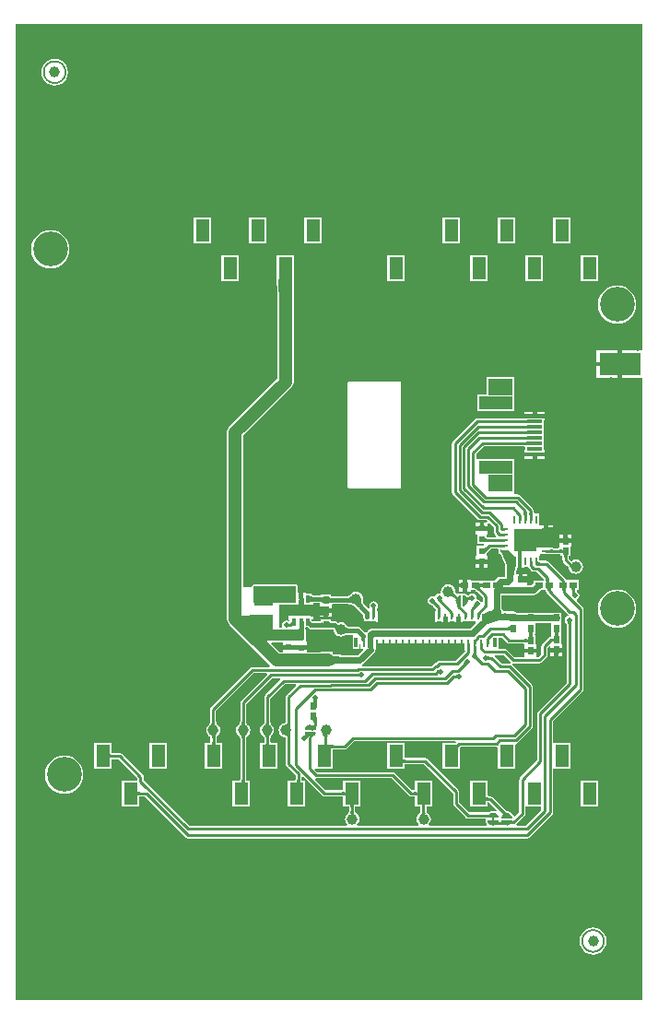
<source format=gtl>
G04*
G04 #@! TF.GenerationSoftware,Altium Limited,Altium Designer,19.0.15 (446)*
G04*
G04 Layer_Physical_Order=1*
G04 Layer_Color=255*
%FSLAX44Y44*%
%MOMM*%
G71*
G01*
G75*
%ADD12C,0.2540*%
%ADD16R,1.8000X0.8000*%
%ADD17R,2.0000X2.0000*%
%ADD18R,0.8000X0.2700*%
%ADD19R,0.2700X0.8000*%
%ADD20R,0.6000X0.6500*%
%ADD21R,1.2700X2.0300*%
%ADD22R,0.6000X0.6000*%
%ADD23R,0.6000X0.6000*%
%ADD24R,0.3500X0.6500*%
%ADD25R,1.7500X1.0600*%
%ADD26R,0.6500X0.6000*%
%ADD27R,3.8000X2.0300*%
%ADD28R,3.1000X1.2500*%
%ADD29R,2.2000X1.6000*%
%ADD30R,1.4000X0.3000*%
%ADD31R,0.2500X0.5200*%
%ADD32R,0.2500X0.7200*%
%ADD33R,0.3000X0.8500*%
%ADD58C,0.1524*%
%ADD59C,0.1500*%
%ADD60C,1.0000*%
%ADD61C,0.2000*%
%ADD62C,1.2000*%
%ADD63C,0.6000*%
%ADD64C,0.4000*%
%ADD65C,0.3000*%
%ADD66R,1.1000X0.9200*%
%ADD67R,5.1209X1.1433*%
%ADD68R,2.1082X2.8194*%
%ADD69R,8.2225X0.7370*%
%ADD70R,0.4000X1.4100*%
%ADD71R,3.4600X1.7200*%
%ADD72R,0.9530X0.9133*%
%ADD73R,5.4700X0.7600*%
%ADD74R,5.1700X0.9800*%
%ADD75R,0.5500X0.9700*%
%ADD76R,0.5900X1.0700*%
%ADD77R,3.6220X1.0000*%
%ADD78R,1.4986X2.0810*%
%ADD79R,3.9100X1.4953*%
%ADD80C,3.2000*%
%ADD81C,0.5000*%
%ADD82C,0.4000*%
G36*
X544036Y148549D02*
X525199D01*
Y135899D01*
Y123249D01*
X544036D01*
Y-447936D01*
X-31836D01*
Y448136D01*
X544036D01*
Y148549D01*
D02*
G37*
%LPC*%
G36*
X4000Y416380D02*
X796Y415958D01*
X-2190Y414721D01*
X-4754Y412754D01*
X-6721Y410190D01*
X-7958Y407204D01*
X-8380Y404000D01*
X-7958Y400796D01*
X-6721Y397810D01*
X-4754Y395246D01*
X-2190Y393279D01*
X796Y392042D01*
X4000Y391620D01*
X7204Y392042D01*
X10190Y393279D01*
X12754Y395246D01*
X14721Y397810D01*
X15958Y400796D01*
X16380Y404000D01*
X15958Y407204D01*
X14721Y410190D01*
X12754Y412754D01*
X10190Y414721D01*
X7204Y415958D01*
X4000Y416380D01*
D02*
G37*
G36*
X300900Y271100D02*
X294050D01*
Y260450D01*
X300900D01*
Y271100D01*
D02*
G37*
G36*
X290050D02*
X283200D01*
Y260450D01*
X290050D01*
Y271100D01*
D02*
G37*
G36*
X477724Y270124D02*
X461976D01*
Y246776D01*
X477724D01*
Y270124D01*
D02*
G37*
G36*
X426924D02*
X411176D01*
Y246776D01*
X426924D01*
Y270124D01*
D02*
G37*
G36*
X376124D02*
X360376D01*
Y246776D01*
X376124D01*
Y270124D01*
D02*
G37*
G36*
X249124D02*
X233376D01*
Y246776D01*
X249124D01*
Y270124D01*
D02*
G37*
G36*
X198324D02*
X182576D01*
Y246776D01*
X198324D01*
Y270124D01*
D02*
G37*
G36*
X147524D02*
X131776D01*
Y246776D01*
X147524D01*
Y270124D01*
D02*
G37*
G36*
X300900Y256450D02*
X294050D01*
Y245800D01*
X300900D01*
Y256450D01*
D02*
G37*
G36*
X290050D02*
X283200D01*
Y245800D01*
X290050D01*
Y256450D01*
D02*
G37*
G36*
X275500Y236800D02*
X268650D01*
Y226150D01*
X275500D01*
Y236800D01*
D02*
G37*
G36*
X264650D02*
X257800D01*
Y226150D01*
X264650D01*
Y236800D01*
D02*
G37*
G36*
X0Y258909D02*
X-3435Y258570D01*
X-6739Y257568D01*
X-9783Y255941D01*
X-12451Y253751D01*
X-14641Y251083D01*
X-16268Y248039D01*
X-17270Y244735D01*
X-17609Y241300D01*
X-17270Y237865D01*
X-16268Y234561D01*
X-14641Y231517D01*
X-12451Y228849D01*
X-9783Y226659D01*
X-6739Y225032D01*
X-3435Y224030D01*
X0Y223691D01*
X3435Y224030D01*
X6739Y225032D01*
X9783Y226659D01*
X12451Y228849D01*
X14641Y231517D01*
X16268Y234561D01*
X17270Y237865D01*
X17609Y241300D01*
X17270Y244735D01*
X16268Y248039D01*
X14641Y251083D01*
X12451Y253751D01*
X9783Y255941D01*
X6739Y257568D01*
X3435Y258570D01*
X0Y258909D01*
D02*
G37*
G36*
X503124Y235824D02*
X487376D01*
Y212476D01*
X503124D01*
Y235824D01*
D02*
G37*
G36*
X452324D02*
X436576D01*
Y212476D01*
X452324D01*
Y235824D01*
D02*
G37*
G36*
X401524D02*
X385776D01*
Y212476D01*
X401524D01*
Y235824D01*
D02*
G37*
G36*
X325324D02*
X309576D01*
Y212476D01*
X325324D01*
Y235824D01*
D02*
G37*
G36*
X172924D02*
X157176D01*
Y212476D01*
X172924D01*
Y235824D01*
D02*
G37*
G36*
X275500Y222150D02*
X268650D01*
Y211500D01*
X275500D01*
Y222150D01*
D02*
G37*
G36*
X264650D02*
X257800D01*
Y211500D01*
X264650D01*
Y222150D01*
D02*
G37*
G36*
X520700Y208109D02*
X517265Y207770D01*
X513961Y206768D01*
X510917Y205141D01*
X508249Y202951D01*
X506059Y200283D01*
X504432Y197239D01*
X503430Y193935D01*
X503091Y190500D01*
X503430Y187065D01*
X504432Y183761D01*
X506059Y180717D01*
X508249Y178049D01*
X510917Y175859D01*
X513961Y174232D01*
X517265Y173230D01*
X520700Y172891D01*
X524135Y173230D01*
X527439Y174232D01*
X530483Y175859D01*
X533151Y178049D01*
X535341Y180717D01*
X536968Y183761D01*
X537970Y187065D01*
X538309Y190500D01*
X537970Y193935D01*
X536968Y197239D01*
X535341Y200283D01*
X533151Y202951D01*
X530483Y205141D01*
X527439Y206768D01*
X524135Y207770D01*
X520700Y208109D01*
D02*
G37*
G36*
X521199Y148549D02*
X501699D01*
Y137899D01*
X521199D01*
Y148549D01*
D02*
G37*
G36*
Y133899D02*
X501699D01*
Y123249D01*
X521199D01*
Y133899D01*
D02*
G37*
G36*
X425978Y124024D02*
X400930D01*
Y108024D01*
X391930D01*
Y92476D01*
X425978D01*
Y104976D01*
X425978D01*
Y124024D01*
D02*
G37*
G36*
X454454Y92000D02*
X446954D01*
Y90000D01*
X454454D01*
Y92000D01*
D02*
G37*
G36*
X442954D02*
X435454D01*
Y90000D01*
X442954D01*
Y92000D01*
D02*
G37*
G36*
X223724Y235824D02*
X207976D01*
Y214260D01*
X207881Y214030D01*
X207890Y214009D01*
X207882Y213986D01*
X208201Y201987D01*
X208261Y201852D01*
Y190000D01*
Y122393D01*
X164634Y78766D01*
X163428Y77194D01*
X162670Y75364D01*
X162411Y73400D01*
X162411Y73400D01*
Y-98400D01*
X162411Y-98400D01*
X162670Y-100364D01*
X163428Y-102194D01*
X164634Y-103766D01*
X186034Y-125166D01*
X186950Y-125870D01*
X187984Y-127216D01*
X201779Y-141011D01*
X201253Y-142281D01*
X185620D01*
X185620Y-142281D01*
X184530Y-142498D01*
X183606Y-143116D01*
X183606Y-143116D01*
X147386Y-179336D01*
X146768Y-180260D01*
X146551Y-181350D01*
X146551Y-181350D01*
Y-192878D01*
X146481Y-193035D01*
X146470Y-193433D01*
X146442Y-193743D01*
X146400Y-194009D01*
X146346Y-194230D01*
X146286Y-194406D01*
X146224Y-194541D01*
X146164Y-194640D01*
X146108Y-194711D01*
X146053Y-194765D01*
X145906Y-194874D01*
X145823Y-195012D01*
X145678Y-195079D01*
X145623Y-195229D01*
X144947Y-195747D01*
X143901Y-197110D01*
X143244Y-198697D01*
X143020Y-200400D01*
X143244Y-202103D01*
X143901Y-203690D01*
X144947Y-205053D01*
X146128Y-205959D01*
X146172Y-206052D01*
X146320Y-206104D01*
X146411Y-206232D01*
X146557Y-206322D01*
X146596Y-206354D01*
X146637Y-206400D01*
X146685Y-206472D01*
X146740Y-206580D01*
X146796Y-206733D01*
X146849Y-206935D01*
X146891Y-207187D01*
X146920Y-207488D01*
X146931Y-207883D01*
X146939Y-207901D01*
X146933Y-207920D01*
X147001Y-208064D01*
Y-211289D01*
X146931Y-211447D01*
X146920Y-211879D01*
X146892Y-212197D01*
X146852Y-212435D01*
X146841Y-212476D01*
X141976D01*
Y-235824D01*
X157724D01*
Y-212476D01*
X152859D01*
X152848Y-212435D01*
X152808Y-212197D01*
X152780Y-211879D01*
X152769Y-211447D01*
X152699Y-211289D01*
Y-207906D01*
X152769Y-207749D01*
X152780Y-207351D01*
X152807Y-207039D01*
X152850Y-206772D01*
X152904Y-206549D01*
X152964Y-206370D01*
X153027Y-206232D01*
X153088Y-206130D01*
X153146Y-206056D01*
X153202Y-206000D01*
X153349Y-205889D01*
X153430Y-205750D01*
X153575Y-205681D01*
X153629Y-205532D01*
X154253Y-205053D01*
X155299Y-203690D01*
X155956Y-202103D01*
X156180Y-200400D01*
X155956Y-198697D01*
X155299Y-197110D01*
X154253Y-195747D01*
X153133Y-194888D01*
X153084Y-194783D01*
X152937Y-194729D01*
X152846Y-194600D01*
X152700Y-194508D01*
X152659Y-194473D01*
X152616Y-194424D01*
X152567Y-194349D01*
X152511Y-194238D01*
X152454Y-194083D01*
X152401Y-193879D01*
X152359Y-193625D01*
X152330Y-193324D01*
X152319Y-192928D01*
X152314Y-192918D01*
X152318Y-192908D01*
X152249Y-192758D01*
Y-182530D01*
X186800Y-147979D01*
X198835D01*
X199321Y-149152D01*
X175210Y-173264D01*
X174592Y-174188D01*
X174375Y-175278D01*
X174375Y-175278D01*
Y-192814D01*
X174305Y-192971D01*
X174294Y-193367D01*
X174266Y-193673D01*
X174223Y-193931D01*
X174170Y-194143D01*
X174111Y-194307D01*
X174053Y-194429D01*
X173998Y-194515D01*
X173948Y-194574D01*
X173901Y-194617D01*
X173754Y-194717D01*
X173615Y-194927D01*
X172547Y-195747D01*
X171501Y-197110D01*
X170844Y-198697D01*
X170620Y-200400D01*
X170844Y-202103D01*
X171501Y-203690D01*
X172547Y-205053D01*
X173615Y-205873D01*
X173754Y-206083D01*
X173901Y-206183D01*
X173948Y-206226D01*
X173998Y-206285D01*
X174053Y-206371D01*
X174111Y-206493D01*
X174170Y-206657D01*
X174223Y-206868D01*
X174266Y-207127D01*
X174294Y-207433D01*
X174305Y-207829D01*
X174375Y-207986D01*
Y-245589D01*
X174305Y-245747D01*
X174294Y-246179D01*
X174265Y-246497D01*
X174226Y-246735D01*
X174215Y-246776D01*
X167376D01*
Y-270124D01*
X183124D01*
Y-246776D01*
X180233D01*
X180222Y-246735D01*
X180182Y-246497D01*
X180154Y-246179D01*
X180143Y-245747D01*
X180073Y-245589D01*
Y-207973D01*
X180143Y-207816D01*
X180154Y-207420D01*
X180182Y-207113D01*
X180225Y-206853D01*
X180278Y-206639D01*
X180337Y-206473D01*
X180396Y-206348D01*
X180452Y-206259D01*
X180503Y-206198D01*
X180553Y-206153D01*
X180700Y-206051D01*
X180844Y-205827D01*
X181853Y-205053D01*
X182899Y-203690D01*
X183556Y-202103D01*
X183780Y-200400D01*
X183556Y-198697D01*
X182899Y-197110D01*
X181853Y-195747D01*
X180844Y-194973D01*
X180700Y-194749D01*
X180553Y-194647D01*
X180503Y-194602D01*
X180452Y-194541D01*
X180396Y-194452D01*
X180337Y-194328D01*
X180278Y-194160D01*
X180225Y-193947D01*
X180182Y-193687D01*
X180154Y-193380D01*
X180143Y-192984D01*
X180073Y-192827D01*
Y-176458D01*
X203982Y-152548D01*
X210997D01*
X211523Y-153818D01*
X197356Y-167986D01*
X196738Y-168910D01*
X196521Y-170000D01*
X196521Y-170000D01*
Y-192685D01*
X196455Y-192815D01*
X196468Y-192855D01*
X196451Y-192893D01*
X196439Y-193288D01*
X196411Y-193587D01*
X196368Y-193835D01*
X196316Y-194032D01*
X196261Y-194178D01*
X196209Y-194279D01*
X196165Y-194343D01*
X196129Y-194382D01*
X196095Y-194410D01*
X195950Y-194495D01*
X195949Y-194496D01*
X195948Y-194496D01*
X195831Y-194651D01*
X195710Y-194701D01*
X194347Y-195747D01*
X193301Y-197110D01*
X192644Y-198697D01*
X192420Y-200400D01*
X192644Y-202103D01*
X193301Y-203690D01*
X194347Y-205053D01*
X195710Y-206099D01*
X195831Y-206149D01*
X195948Y-206304D01*
X195949Y-206304D01*
X195951Y-206306D01*
X196095Y-206390D01*
X196129Y-206418D01*
X196165Y-206457D01*
X196209Y-206521D01*
X196261Y-206622D01*
X196316Y-206768D01*
X196368Y-206965D01*
X196411Y-207213D01*
X196440Y-207512D01*
X196451Y-207907D01*
X196468Y-207945D01*
X196455Y-207985D01*
X196521Y-208115D01*
Y-211289D01*
X196451Y-211447D01*
X196440Y-211879D01*
X196411Y-212197D01*
X196372Y-212435D01*
X196361Y-212476D01*
X192776D01*
Y-235824D01*
X208524D01*
Y-212476D01*
X202379D01*
X202368Y-212435D01*
X202328Y-212197D01*
X202300Y-211879D01*
X202289Y-211447D01*
X202219Y-211289D01*
Y-207865D01*
X202289Y-207708D01*
X202300Y-207309D01*
X202327Y-206995D01*
X202369Y-206723D01*
X202423Y-206496D01*
X202484Y-206311D01*
X202548Y-206166D01*
X202611Y-206057D01*
X202672Y-205976D01*
X202731Y-205915D01*
X202878Y-205798D01*
X203024Y-205536D01*
X203653Y-205053D01*
X204699Y-203690D01*
X205356Y-202103D01*
X205580Y-200400D01*
X205356Y-198697D01*
X204699Y-197110D01*
X203653Y-195747D01*
X203024Y-195264D01*
X202878Y-195002D01*
X202731Y-194885D01*
X202672Y-194824D01*
X202611Y-194743D01*
X202548Y-194634D01*
X202484Y-194489D01*
X202423Y-194304D01*
X202369Y-194076D01*
X202327Y-193805D01*
X202300Y-193491D01*
X202289Y-193092D01*
X202219Y-192935D01*
Y-171180D01*
X215356Y-158043D01*
X225240D01*
X225726Y-159216D01*
X216986Y-167956D01*
X216368Y-168881D01*
X216151Y-169971D01*
X216151Y-169971D01*
Y-192750D01*
X216081Y-192906D01*
X216070Y-193304D01*
X216043Y-193587D01*
X216009Y-193784D01*
X214697Y-193956D01*
X213110Y-194614D01*
X211747Y-195660D01*
X210701Y-197022D01*
X210044Y-198609D01*
X209820Y-200312D01*
X210044Y-202015D01*
X210701Y-203603D01*
X211747Y-204965D01*
X213110Y-206011D01*
X214697Y-206668D01*
X216009Y-206841D01*
X216043Y-207038D01*
X216070Y-207320D01*
X216081Y-207718D01*
X216151Y-207875D01*
Y-231447D01*
X216151Y-231447D01*
X216368Y-232537D01*
X216986Y-233462D01*
X225151Y-241627D01*
Y-245589D01*
X225081Y-245747D01*
X225070Y-246179D01*
X225042Y-246497D01*
X225002Y-246735D01*
X224991Y-246776D01*
X218176D01*
Y-270124D01*
X233924D01*
Y-246776D01*
X231009D01*
X230998Y-246735D01*
X230958Y-246497D01*
X230930Y-246179D01*
X230919Y-245747D01*
X230849Y-245589D01*
Y-243237D01*
X232022Y-242751D01*
X249736Y-260464D01*
X249736Y-260464D01*
X250660Y-261082D01*
X251750Y-261299D01*
X267790D01*
X267948Y-261369D01*
X268386Y-261380D01*
X268710Y-261409D01*
X268955Y-261449D01*
X268976Y-261455D01*
Y-270124D01*
X274195D01*
X274201Y-270145D01*
X274241Y-270390D01*
X274270Y-270714D01*
X274281Y-271152D01*
X274351Y-271310D01*
Y-274421D01*
X274281Y-274577D01*
X274270Y-274974D01*
X274242Y-275280D01*
X274199Y-275539D01*
X274146Y-275751D01*
X274087Y-275917D01*
X274028Y-276041D01*
X273973Y-276128D01*
X273923Y-276188D01*
X273874Y-276232D01*
X273727Y-276333D01*
X273640Y-276466D01*
X273494Y-276527D01*
X273437Y-276665D01*
X272547Y-277347D01*
X271501Y-278710D01*
X270844Y-280297D01*
X270620Y-282000D01*
X270844Y-283703D01*
X271501Y-285290D01*
X272547Y-286653D01*
X272692Y-286764D01*
X272261Y-288034D01*
X127410D01*
X85643Y-246267D01*
Y-243294D01*
X85643Y-243294D01*
X85426Y-242204D01*
X84808Y-241280D01*
X84808Y-241280D01*
X65664Y-222136D01*
X64740Y-221518D01*
X63650Y-221301D01*
X63650Y-221301D01*
X57310D01*
X57152Y-221231D01*
X56715Y-221220D01*
X56390Y-221191D01*
X56146Y-221151D01*
X56124Y-221145D01*
Y-212476D01*
X40376D01*
Y-235824D01*
X56124D01*
Y-227155D01*
X56145Y-227149D01*
X56390Y-227109D01*
X56715Y-227080D01*
X57152Y-227069D01*
X57310Y-226999D01*
X62470D01*
X79945Y-244474D01*
Y-246776D01*
X65776D01*
Y-270124D01*
X81524D01*
Y-261455D01*
X81545Y-261449D01*
X81790Y-261409D01*
X82114Y-261380D01*
X82552Y-261369D01*
X82710Y-261299D01*
X86870D01*
X124586Y-299014D01*
X124586Y-299014D01*
X125510Y-299632D01*
X126600Y-299849D01*
X126600Y-299849D01*
X437647D01*
X437647Y-299849D01*
X438738Y-299632D01*
X439662Y-299014D01*
X460814Y-277862D01*
X460814Y-277862D01*
X461432Y-276938D01*
X461649Y-275847D01*
X461649Y-275847D01*
Y-236938D01*
X462026Y-235824D01*
X462919Y-235824D01*
X477774D01*
Y-212476D01*
X462919D01*
X462026Y-212476D01*
X461649Y-211362D01*
Y-191880D01*
X488824Y-164704D01*
X488824Y-164704D01*
X489442Y-163780D01*
X489659Y-162690D01*
Y-160334D01*
X489683Y-160213D01*
Y-89020D01*
X489466Y-87930D01*
X488848Y-87005D01*
X488848Y-87005D01*
X483536Y-81693D01*
X483905Y-80266D01*
X484901Y-79600D01*
X485790Y-78269D01*
X486103Y-76699D01*
X485790Y-75129D01*
X484901Y-73798D01*
X483570Y-72909D01*
X483504Y-72825D01*
X483541Y-72455D01*
X483656Y-72178D01*
X483971Y-71624D01*
X485224D01*
Y-62576D01*
X473759D01*
X473731Y-62510D01*
X473582Y-61760D01*
X472964Y-60836D01*
X472964Y-60836D01*
X457844Y-45716D01*
X456920Y-45098D01*
X455830Y-44881D01*
X455830Y-44881D01*
X450360D01*
X450203Y-44811D01*
X449766Y-44800D01*
X449444Y-44771D01*
X449201Y-44731D01*
X449174Y-44724D01*
Y-39895D01*
X449553Y-39253D01*
X450195Y-38874D01*
X459040D01*
X459269Y-38969D01*
X459310Y-38953D01*
X459350Y-38967D01*
X461890Y-38843D01*
X462036Y-38774D01*
X467590D01*
X467748Y-38844D01*
X468186Y-38855D01*
X468510Y-38884D01*
X468755Y-38924D01*
X468776Y-38930D01*
Y-40624D01*
X470416D01*
X470427Y-40665D01*
X470467Y-40903D01*
X470495Y-41221D01*
X470506Y-41653D01*
X470576Y-41811D01*
Y-44025D01*
X470576Y-44025D01*
X470793Y-45115D01*
X471411Y-46039D01*
X474754Y-49382D01*
X474819Y-49548D01*
X475114Y-49852D01*
X475350Y-50112D01*
X475774Y-50639D01*
X475920Y-50848D01*
X476046Y-51052D01*
X476143Y-51234D01*
X476215Y-51392D01*
X476262Y-51524D01*
X476310Y-51707D01*
X476415Y-51847D01*
X476427Y-52022D01*
X476488Y-52075D01*
X477100Y-53554D01*
X478146Y-54917D01*
X479509Y-55963D01*
X481096Y-56620D01*
X482799Y-56844D01*
X484502Y-56620D01*
X486089Y-55963D01*
X487452Y-54917D01*
X488498Y-53554D01*
X489155Y-51967D01*
X489379Y-50264D01*
X489155Y-48561D01*
X488498Y-46974D01*
X487452Y-45611D01*
X486089Y-44565D01*
X484502Y-43908D01*
X482799Y-43684D01*
X481096Y-43908D01*
X479509Y-44565D01*
X478956Y-44990D01*
X478801Y-45000D01*
X477994Y-44466D01*
X477943Y-44447D01*
X477753Y-44324D01*
X476274Y-42845D01*
Y-41811D01*
X476344Y-41653D01*
X476355Y-41221D01*
X476383Y-40903D01*
X476423Y-40665D01*
X476434Y-40624D01*
X477824D01*
Y-32100D01*
X478800D01*
Y-28350D01*
X467800D01*
Y-32100D01*
X467091Y-33076D01*
X461981D01*
X461810Y-33005D01*
X461810Y-33000D01*
X455300D01*
Y-29000D01*
X461800D01*
Y-28000D01*
X455300D01*
Y-24000D01*
X461800D01*
Y-23000D01*
X455300D01*
Y-19000D01*
X461800D01*
Y-18000D01*
X455300D01*
Y-16000D01*
X453300D01*
Y-12150D01*
X449915D01*
X449174Y-12150D01*
X449174Y-11409D01*
Y-1476D01*
X445191D01*
X444489Y-765D01*
X444300Y-490D01*
X444229Y-320D01*
Y1267D01*
X444012Y2358D01*
X443394Y3282D01*
X443394Y3282D01*
X431262Y15414D01*
X430337Y16032D01*
X429247Y16249D01*
X429247Y16249D01*
X426947D01*
X425978Y16976D01*
X425978Y17519D01*
Y36024D01*
X425978D01*
Y48524D01*
X392456D01*
X391930Y48524D01*
X391186Y49486D01*
Y53157D01*
X398180Y60151D01*
X435251D01*
X435412Y60081D01*
X436430Y60061D01*
Y57000D01*
X435454D01*
Y55000D01*
X436429D01*
Y54976D01*
X444954D01*
X453478D01*
Y55000D01*
X454454D01*
Y57000D01*
X453478D01*
Y64976D01*
Y74976D01*
Y84000D01*
X454454D01*
Y86000D01*
X453478D01*
Y86025D01*
X444954D01*
X438214D01*
X437984Y86120D01*
X437829Y86055D01*
X437665Y86088D01*
X437580Y86032D01*
X437467Y86025D01*
X436429D01*
Y86000D01*
X435454D01*
Y85920D01*
X435438Y85920D01*
X435269Y85849D01*
X392058D01*
X392058Y85849D01*
X390968Y85632D01*
X390043Y85014D01*
X369754Y64724D01*
X369136Y63800D01*
X368919Y62710D01*
X368919Y62710D01*
Y18124D01*
X368919Y18124D01*
X369136Y17034D01*
X369754Y16109D01*
X392485Y-6622D01*
X392486Y-6622D01*
X393410Y-7240D01*
X394500Y-7457D01*
X400701D01*
X401460Y-8396D01*
X400987Y-9500D01*
X398500D01*
Y-13000D01*
X402000D01*
Y-10439D01*
X403270Y-9913D01*
X407251Y-13894D01*
Y-18387D01*
X407251Y-18388D01*
X407468Y-19478D01*
X408086Y-20402D01*
X409485Y-21801D01*
X408959Y-23071D01*
X402210D01*
X402052Y-23001D01*
X401616Y-22990D01*
X401293Y-22961D01*
X401050Y-22921D01*
X401024Y-22914D01*
Y-20500D01*
X402000D01*
Y-17000D01*
X391000D01*
Y-20500D01*
X391976D01*
Y-29524D01*
X398251D01*
X398419Y-29661D01*
X398891Y-30794D01*
X398613Y-31076D01*
X391676D01*
Y-40100D01*
X390700D01*
Y-43600D01*
X396200D01*
X401700D01*
Y-40100D01*
X400724D01*
Y-38870D01*
X400815Y-38689D01*
X400825Y-38550D01*
X400837Y-38491D01*
X400872Y-38387D01*
X400936Y-38242D01*
X401037Y-38059D01*
X401175Y-37844D01*
X401343Y-37616D01*
X401845Y-37029D01*
X402152Y-36711D01*
X402217Y-36546D01*
X404914Y-33849D01*
X410565D01*
X410596Y-33853D01*
X410636Y-33860D01*
X410777Y-33920D01*
X410778Y-33920D01*
X411743Y-34055D01*
X411776Y-34643D01*
Y-38874D01*
X413400D01*
X417587Y-48261D01*
Y-59580D01*
X413333D01*
X411568Y-59931D01*
X410072Y-60931D01*
X408127Y-62876D01*
X396294D01*
X395776Y-62876D01*
Y-62876D01*
X395024D01*
Y-62876D01*
X386500D01*
Y-61900D01*
X382750D01*
Y-67400D01*
Y-72900D01*
X386500D01*
Y-71924D01*
X389228D01*
X389261Y-71947D01*
X389392Y-71925D01*
X389512Y-71985D01*
X389693Y-71924D01*
X390364D01*
X390488Y-71996D01*
X390777Y-72198D01*
X391600Y-72895D01*
X392074Y-73352D01*
X392238Y-73417D01*
X397150Y-78329D01*
Y-82840D01*
X395893Y-83030D01*
X395004Y-81699D01*
X393673Y-80809D01*
X392103Y-80497D01*
X391463Y-79330D01*
X391529Y-79000D01*
X391216Y-77430D01*
X390327Y-76099D01*
X388996Y-75209D01*
X387426Y-74897D01*
X385856Y-75209D01*
X384525Y-76099D01*
X384428Y-76244D01*
X384416Y-76245D01*
X384409Y-76248D01*
X384383Y-76252D01*
X384339Y-76279D01*
X384320Y-76285D01*
X384314Y-76289D01*
X384307Y-76292D01*
X384240Y-76309D01*
X384158Y-76324D01*
X383808Y-76356D01*
X383597Y-76360D01*
X383509Y-76399D01*
X383416Y-76374D01*
X382843Y-76157D01*
X382611Y-76083D01*
X382519Y-75992D01*
X382361Y-75926D01*
X382265Y-75784D01*
X381620Y-75356D01*
X381393Y-75311D01*
X381217Y-75161D01*
X380034Y-74777D01*
X379781Y-74796D01*
X379548Y-74696D01*
X379224Y-74825D01*
X379094Y-74851D01*
X378775Y-74876D01*
X378738Y-74919D01*
X377478Y-75017D01*
X377473Y-75015D01*
X377362Y-74941D01*
X377129Y-74895D01*
X376970Y-74839D01*
X376876Y-74844D01*
X376470Y-74764D01*
X376107Y-74836D01*
X375937Y-74820D01*
X375892Y-74834D01*
X375890Y-74833D01*
X375819Y-74842D01*
X375693Y-74894D01*
X374924Y-75134D01*
X374754Y-75276D01*
X374536Y-75312D01*
X374420Y-75385D01*
X373185Y-75181D01*
X372905Y-74887D01*
X372689Y-74636D01*
X372510Y-74401D01*
X372367Y-74183D01*
X372257Y-73987D01*
X372177Y-73811D01*
X372124Y-73659D01*
X372093Y-73527D01*
X372078Y-73414D01*
X372076Y-73215D01*
X372010Y-73062D01*
X372041Y-72898D01*
X371989Y-72820D01*
X371788Y-71297D01*
X371131Y-69710D01*
X370085Y-68347D01*
X368722Y-67301D01*
X367135Y-66644D01*
X365432Y-66420D01*
X363729Y-66644D01*
X362142Y-67301D01*
X360779Y-68347D01*
X359733Y-69710D01*
X359076Y-71297D01*
X358852Y-73000D01*
X358948Y-73730D01*
X357808Y-74798D01*
X357299Y-74697D01*
X355729Y-75009D01*
X354398Y-75899D01*
X353549Y-77170D01*
X353196Y-77567D01*
X352370Y-77909D01*
X350800Y-77597D01*
X349230Y-77909D01*
X347899Y-78799D01*
X347010Y-80130D01*
X346697Y-81700D01*
X347010Y-83270D01*
X347899Y-84601D01*
X349230Y-85491D01*
X350519Y-85747D01*
X350532Y-85753D01*
X350556Y-85769D01*
X350601Y-85807D01*
X350624Y-85815D01*
X350642Y-85827D01*
X350683Y-85835D01*
X350689Y-85838D01*
X350738Y-85864D01*
X350814Y-85913D01*
X350898Y-85974D01*
X351182Y-86216D01*
X351340Y-86368D01*
X351504Y-86433D01*
X354151Y-89080D01*
Y-90900D01*
X353000D01*
Y-96000D01*
Y-101100D01*
X354750D01*
Y-100124D01*
X359250D01*
Y-101100D01*
X361000D01*
Y-96000D01*
X365000D01*
Y-101100D01*
X366750D01*
Y-100124D01*
X371250D01*
Y-101100D01*
X373000D01*
Y-96000D01*
X377000D01*
Y-101100D01*
X378750D01*
Y-100124D01*
X383774D01*
Y-100124D01*
X384226D01*
Y-100124D01*
X388956D01*
X389774Y-100124D01*
Y-100124D01*
X390226D01*
X390594Y-100372D01*
X390673Y-100506D01*
X390742Y-100714D01*
X390759Y-101897D01*
X385536Y-107120D01*
X297353D01*
X297202Y-107150D01*
X295518D01*
X295362Y-107215D01*
X295196Y-107182D01*
X294426Y-107335D01*
X294286Y-107429D01*
X294117D01*
X293391Y-107730D01*
X293272Y-107849D01*
X293106Y-107882D01*
X292453Y-108319D01*
X292359Y-108459D01*
X292203Y-108524D01*
X291925Y-108801D01*
X291925Y-108801D01*
X291925Y-108801D01*
X291475Y-109251D01*
X291411Y-109407D01*
X291270Y-109501D01*
X290615Y-110481D01*
X290495Y-110589D01*
X289983Y-110811D01*
X289079Y-110741D01*
X284897Y-106559D01*
X283732Y-105780D01*
X282357Y-105507D01*
X275968D01*
X275847Y-105452D01*
X275300Y-105431D01*
X274846Y-105376D01*
X274422Y-105288D01*
X274024Y-105167D01*
X273649Y-105013D01*
X273292Y-104825D01*
X272950Y-104603D01*
X272620Y-104341D01*
X272301Y-104038D01*
X271948Y-103642D01*
X271710Y-103527D01*
X271503Y-103257D01*
X270140Y-102211D01*
X268553Y-101554D01*
X266850Y-101330D01*
X265147Y-101554D01*
X264163Y-101961D01*
X263806Y-101643D01*
X263576Y-101415D01*
X263312Y-101307D01*
X262375Y-100681D01*
X261000Y-100407D01*
X260436D01*
X260310Y-100351D01*
X259598Y-100333D01*
X259025Y-100286D01*
X258558Y-100213D01*
X258207Y-100125D01*
X257977Y-100037D01*
X257915Y-100002D01*
X257909Y-99946D01*
X257824Y-99793D01*
Y-98576D01*
X256499D01*
X256269Y-98481D01*
X256179Y-98518D01*
X256085Y-98491D01*
X255932Y-98576D01*
X250668D01*
X250515Y-98491D01*
X250421Y-98518D01*
X250331Y-98481D01*
X250101Y-98576D01*
X248776D01*
Y-99793D01*
X248691Y-99946D01*
X248685Y-100002D01*
X248623Y-100037D01*
X248393Y-100125D01*
X248042Y-100213D01*
X247575Y-100286D01*
X247002Y-100333D01*
X246290Y-100351D01*
X246164Y-100407D01*
X240938D01*
X240241Y-99709D01*
X240174Y-99665D01*
Y-98300D01*
X241650D01*
Y-92500D01*
X230400D01*
X219150D01*
Y-98300D01*
X219150D01*
X219947Y-99364D01*
X219904Y-99672D01*
X218676Y-100280D01*
X218570Y-100209D01*
X217000Y-99897D01*
X215429Y-100209D01*
X214098Y-101099D01*
X213209Y-102430D01*
X212897Y-104000D01*
X213132Y-105180D01*
X212386Y-106450D01*
X209900D01*
Y-84950D01*
X219150D01*
Y-88500D01*
X230400D01*
X241650D01*
Y-83682D01*
X241935Y-83661D01*
X242646Y-83649D01*
X242776Y-83593D01*
X247406D01*
X247800Y-84700D01*
X247800Y-84700D01*
X247800D01*
X247800Y-84700D01*
Y-88450D01*
X253300D01*
X258800D01*
Y-84718D01*
X259583Y-84660D01*
X260295Y-84649D01*
X260425Y-84593D01*
X272738D01*
X272866Y-84649D01*
X273470Y-84662D01*
X273996Y-84695D01*
X275052Y-84836D01*
X275504Y-84931D01*
X275951Y-85051D01*
X276375Y-85191D01*
X276777Y-85350D01*
X277157Y-85529D01*
X277564Y-85751D01*
X277799Y-85777D01*
X278411Y-86031D01*
X278639Y-86252D01*
X278930Y-86368D01*
X279170Y-86484D01*
X279830Y-86882D01*
X280131Y-87094D01*
X281842Y-88556D01*
X282296Y-89000D01*
X282429Y-89053D01*
X287407Y-94031D01*
Y-96000D01*
X287680Y-97375D01*
X288226Y-98191D01*
Y-100124D01*
X292956D01*
X293774Y-100124D01*
Y-100124D01*
X294226D01*
Y-100124D01*
X299250D01*
Y-101100D01*
X301000D01*
Y-96000D01*
Y-90900D01*
X300460D01*
X299939Y-89760D01*
X299921Y-89630D01*
X299936Y-89246D01*
X299950Y-89110D01*
X299969Y-88989D01*
X299988Y-88901D01*
X300004Y-88848D01*
X300007Y-88841D01*
X300030Y-88806D01*
X300034Y-88785D01*
X300045Y-88763D01*
X300050Y-88705D01*
X300056Y-88676D01*
X300060Y-88663D01*
X300791Y-87570D01*
X301103Y-86000D01*
X300791Y-84430D01*
X299901Y-83099D01*
X298570Y-82210D01*
X297000Y-81897D01*
X295430Y-82210D01*
X294099Y-83099D01*
X293209Y-84430D01*
X292897Y-86000D01*
X293209Y-87570D01*
X293561Y-88096D01*
X293512Y-88177D01*
X291910Y-88372D01*
X288708Y-85170D01*
X288662Y-85046D01*
X288284Y-84637D01*
X288005Y-84279D01*
X287780Y-83928D01*
X287603Y-83583D01*
X287471Y-83241D01*
X287380Y-82897D01*
X287327Y-82546D01*
X287312Y-82182D01*
X287337Y-81798D01*
X287417Y-81315D01*
X287347Y-81015D01*
X287480Y-80000D01*
X287256Y-78297D01*
X286599Y-76710D01*
X285553Y-75347D01*
X284190Y-74301D01*
X282603Y-73644D01*
X280900Y-73420D01*
X279197Y-73644D01*
X277610Y-74301D01*
X276247Y-75347D01*
X276165Y-75454D01*
X275970Y-75540D01*
X275593Y-75933D01*
X275251Y-76237D01*
X274899Y-76501D01*
X274538Y-76725D01*
X274165Y-76914D01*
X273775Y-77069D01*
X273368Y-77189D01*
X272938Y-77277D01*
X272482Y-77331D01*
X271938Y-77352D01*
X271818Y-77407D01*
X271734D01*
X271639Y-77390D01*
X271616Y-77407D01*
X260449D01*
X260328Y-77351D01*
X258946Y-77303D01*
X258455Y-77251D01*
X258056Y-77183D01*
X257824Y-77122D01*
Y-76176D01*
X256499D01*
X256269Y-76081D01*
X256138Y-76135D01*
X256000Y-76103D01*
X255883Y-76176D01*
X248776D01*
Y-76407D01*
X242798D01*
X242675Y-76351D01*
X241291Y-76304D01*
X240797Y-76254D01*
X240393Y-76188D01*
X240174Y-76133D01*
Y-75226D01*
X238849D01*
X238619Y-75131D01*
X238483Y-75188D01*
X238339Y-75155D01*
X238226Y-75226D01*
X234650D01*
Y-74250D01*
X232400D01*
Y-80000D01*
X228400D01*
Y-74250D01*
X227349D01*
Y-68347D01*
X226866Y-67181D01*
X225700Y-66698D01*
X186600D01*
X185434Y-67181D01*
X184950Y-68347D01*
Y-68700D01*
X177589D01*
Y70257D01*
X221216Y113884D01*
X221216Y113884D01*
X222422Y115456D01*
X223180Y117286D01*
X223439Y119250D01*
X223439Y119250D01*
Y190000D01*
Y201878D01*
X223500Y202023D01*
X223528Y208124D01*
X223644Y212476D01*
X223724D01*
Y213559D01*
X223740Y213664D01*
X223724Y213729D01*
Y213801D01*
X223819Y214030D01*
X223724Y214260D01*
Y214375D01*
X223737Y214545D01*
X223724Y214560D01*
Y235824D01*
D02*
G37*
G36*
X454454Y51000D02*
X446954D01*
Y49000D01*
X454454D01*
Y51000D01*
D02*
G37*
G36*
X442954D02*
X435454D01*
Y49000D01*
X442954D01*
Y51000D01*
D02*
G37*
G36*
X320299Y120064D02*
X274999D01*
X274209Y119907D01*
X273540Y119459D01*
X273092Y118790D01*
X272935Y118000D01*
Y23799D01*
X273092Y23010D01*
X273540Y22340D01*
X274209Y21893D01*
X274999Y21735D01*
X320299D01*
X321089Y21893D01*
X321758Y22340D01*
X322206Y23010D01*
X322363Y23799D01*
Y118000D01*
X322206Y118790D01*
X321758Y119459D01*
X321089Y119907D01*
X320299Y120064D01*
D02*
G37*
G36*
X394500Y-9500D02*
X391000D01*
Y-13000D01*
X394500D01*
Y-9500D01*
D02*
G37*
G36*
X457300Y-12150D02*
Y-14000D01*
X461800D01*
Y-12150D01*
X457300D01*
D02*
G37*
G36*
X478800Y-20600D02*
X475300D01*
Y-24350D01*
X478800D01*
Y-20600D01*
D02*
G37*
G36*
X471300D02*
X467800D01*
Y-24350D01*
X471300D01*
Y-20600D01*
D02*
G37*
G36*
X401700Y-47600D02*
X398200D01*
Y-51100D01*
X401700D01*
Y-47600D01*
D02*
G37*
G36*
X394200D02*
X390700D01*
Y-51100D01*
X394200D01*
Y-47600D01*
D02*
G37*
G36*
X378750Y-61900D02*
X375000D01*
Y-65400D01*
X378750D01*
Y-61900D01*
D02*
G37*
G36*
Y-69400D02*
X375000D01*
Y-72900D01*
X378750D01*
Y-69400D01*
D02*
G37*
G36*
X258800Y-92450D02*
X255300D01*
Y-96200D01*
X258800D01*
Y-92450D01*
D02*
G37*
G36*
X251300D02*
X247800D01*
Y-96200D01*
X251300D01*
Y-92450D01*
D02*
G37*
G36*
X349000Y-90900D02*
X347000D01*
Y-96000D01*
Y-101100D01*
X349000D01*
Y-96000D01*
Y-90900D01*
D02*
G37*
G36*
X343000D02*
X341000D01*
Y-96000D01*
Y-101100D01*
X343000D01*
Y-96000D01*
Y-90900D01*
D02*
G37*
G36*
X337000D02*
X335000D01*
Y-96000D01*
Y-101100D01*
X337000D01*
Y-96000D01*
Y-90900D01*
D02*
G37*
G36*
X331000D02*
X329000D01*
Y-96000D01*
Y-101100D01*
X331000D01*
Y-96000D01*
Y-90900D01*
D02*
G37*
G36*
X325000D02*
X323000D01*
Y-96000D01*
Y-101100D01*
X325000D01*
Y-96000D01*
Y-90900D01*
D02*
G37*
G36*
X319000D02*
X317000D01*
Y-96000D01*
Y-101100D01*
X319000D01*
Y-96000D01*
Y-90900D01*
D02*
G37*
G36*
X313000D02*
X311000D01*
Y-96000D01*
Y-101100D01*
X313000D01*
Y-96000D01*
Y-90900D01*
D02*
G37*
G36*
X307000D02*
X305000D01*
Y-96000D01*
Y-101100D01*
X307000D01*
Y-96000D01*
Y-90900D01*
D02*
G37*
G36*
X520700Y-71291D02*
X517265Y-71630D01*
X513961Y-72632D01*
X510917Y-74259D01*
X508249Y-76449D01*
X506059Y-79117D01*
X504432Y-82161D01*
X503430Y-85465D01*
X503091Y-88900D01*
X503430Y-92335D01*
X504432Y-95639D01*
X506059Y-98683D01*
X508249Y-101351D01*
X510917Y-103541D01*
X513961Y-105168D01*
X517265Y-106170D01*
X520700Y-106509D01*
X524135Y-106170D01*
X527439Y-105168D01*
X530483Y-103541D01*
X533151Y-101351D01*
X535341Y-98683D01*
X536968Y-95639D01*
X537970Y-92335D01*
X538309Y-88900D01*
X537970Y-85465D01*
X536968Y-82161D01*
X535341Y-79117D01*
X533151Y-76449D01*
X530483Y-74259D01*
X527439Y-72632D01*
X524135Y-71630D01*
X520700Y-71291D01*
D02*
G37*
G36*
X106924Y-212476D02*
X91176D01*
Y-235824D01*
X106924D01*
Y-212476D01*
D02*
G37*
G36*
X133300Y-245800D02*
X126450D01*
Y-256450D01*
X133300D01*
Y-245800D01*
D02*
G37*
G36*
X122450D02*
X115600D01*
Y-256450D01*
X122450D01*
Y-245800D01*
D02*
G37*
G36*
X12700Y-223691D02*
X9265Y-224030D01*
X5961Y-225032D01*
X2917Y-226659D01*
X249Y-228849D01*
X-1941Y-231517D01*
X-3568Y-234561D01*
X-4570Y-237865D01*
X-4909Y-241300D01*
X-4570Y-244735D01*
X-3568Y-248039D01*
X-1941Y-251083D01*
X249Y-253751D01*
X2917Y-255941D01*
X5961Y-257568D01*
X9265Y-258570D01*
X12700Y-258909D01*
X16135Y-258570D01*
X19439Y-257568D01*
X22483Y-255941D01*
X25151Y-253751D01*
X27341Y-251083D01*
X28968Y-248039D01*
X29970Y-244735D01*
X30309Y-241300D01*
X29970Y-237865D01*
X28968Y-234561D01*
X27341Y-231517D01*
X25151Y-228849D01*
X22483Y-226659D01*
X19439Y-225032D01*
X16135Y-224030D01*
X12700Y-223691D01*
D02*
G37*
G36*
X503174Y-246776D02*
X487426D01*
Y-270124D01*
X503174D01*
Y-246776D01*
D02*
G37*
G36*
X133300Y-260450D02*
X126450D01*
Y-271100D01*
X133300D01*
Y-260450D01*
D02*
G37*
G36*
X122450D02*
X115600D01*
Y-271100D01*
X122450D01*
Y-260450D01*
D02*
G37*
G36*
X498600Y-381720D02*
X495396Y-382142D01*
X492410Y-383379D01*
X489846Y-385346D01*
X487879Y-387910D01*
X486642Y-390896D01*
X486220Y-394100D01*
X486642Y-397304D01*
X487879Y-400290D01*
X489846Y-402854D01*
X492410Y-404821D01*
X495396Y-406058D01*
X498600Y-406480D01*
X501804Y-406058D01*
X504790Y-404821D01*
X507354Y-402854D01*
X509321Y-400290D01*
X510558Y-397304D01*
X510980Y-394100D01*
X510558Y-390896D01*
X509321Y-387910D01*
X507354Y-385346D01*
X504790Y-383379D01*
X501804Y-382142D01*
X498600Y-381720D01*
D02*
G37*
%LPD*%
G36*
X222109Y213910D02*
X222055Y213550D01*
X222007Y212950D01*
X221879Y208150D01*
X221850Y202030D01*
X209850D01*
X209531Y214030D01*
X222169D01*
X222109Y213910D01*
D02*
G37*
G36*
X437984Y81531D02*
X437959Y81568D01*
X437883Y81602D01*
X437756Y81632D01*
X437578Y81658D01*
X437070Y81698D01*
X435444Y81730D01*
Y84270D01*
X435927Y84272D01*
X437883Y84398D01*
X437959Y84432D01*
X437984Y84469D01*
Y81531D01*
D02*
G37*
G36*
Y76530D02*
X437959Y76568D01*
X437883Y76602D01*
X437756Y76632D01*
X437578Y76658D01*
X437070Y76698D01*
X435444Y76730D01*
Y79270D01*
X435927Y79272D01*
X437883Y79398D01*
X437959Y79432D01*
X437984Y79469D01*
Y76530D01*
D02*
G37*
G36*
Y71530D02*
X437959Y71568D01*
X437883Y71602D01*
X437756Y71632D01*
X437578Y71658D01*
X437070Y71698D01*
X435444Y71730D01*
Y74270D01*
X435927Y74272D01*
X437883Y74398D01*
X437959Y74432D01*
X437984Y74469D01*
Y71530D01*
D02*
G37*
G36*
Y66530D02*
X437959Y66568D01*
X437883Y66602D01*
X437756Y66632D01*
X437578Y66658D01*
X437070Y66698D01*
X435444Y66730D01*
Y69270D01*
X435927Y69272D01*
X437883Y69398D01*
X437959Y69432D01*
X437984Y69469D01*
Y66530D01*
D02*
G37*
G36*
Y61530D02*
X437959Y61568D01*
X437883Y61602D01*
X437756Y61632D01*
X437578Y61658D01*
X437070Y61698D01*
X435444Y61730D01*
Y64270D01*
X435927Y64272D01*
X437883Y64398D01*
X437959Y64432D01*
X437984Y64469D01*
Y61530D01*
D02*
G37*
G36*
X442620Y-3031D02*
X439981D01*
X440005Y-3005D01*
X440027Y-2929D01*
X440047Y-2802D01*
X440063Y-2624D01*
X440098Y-1786D01*
X440110Y-490D01*
X442650D01*
X442620Y-3031D01*
D02*
G37*
G36*
X437620D02*
X434981D01*
X434975Y-3005D01*
X434969Y-2929D01*
X434953Y-1786D01*
X434950Y-490D01*
X437490D01*
X437620Y-3031D01*
D02*
G37*
G36*
X415853Y-12627D02*
X415891Y-13063D01*
X415954Y-13447D01*
X416043Y-13781D01*
X416157Y-14063D01*
X416297Y-14295D01*
X416462Y-14475D01*
X416653Y-14605D01*
X416869Y-14683D01*
X417110Y-14711D01*
X413330Y-14681D01*
X413325Y-14655D01*
X413320Y-14579D01*
X413303Y-13436D01*
X413300Y-12141D01*
X415840D01*
X415853Y-12627D01*
D02*
G37*
G36*
X413330Y-24681D02*
Y-27320D01*
X413305Y-27295D01*
X413229Y-27273D01*
X413102Y-27253D01*
X412924Y-27237D01*
X412086Y-27202D01*
X410790Y-27190D01*
Y-24650D01*
X413330Y-24681D01*
D02*
G37*
G36*
X399466Y-23621D02*
X399544Y-23837D01*
X399674Y-24028D01*
X399854Y-24193D01*
X400086Y-24332D01*
X400368Y-24447D01*
X400702Y-24536D01*
X401087Y-24599D01*
X401523Y-24637D01*
X402010Y-24650D01*
Y-27190D01*
X401527Y-27198D01*
X400714Y-27260D01*
X400384Y-27315D01*
X400104Y-27385D01*
X399876Y-27471D01*
X399698Y-27572D01*
X399571Y-27689D01*
X399495Y-27821D01*
X399469Y-27970D01*
X399439Y-23380D01*
X399466Y-23621D01*
D02*
G37*
G36*
X434281Y-29815D02*
X434094Y-30009D01*
X433778Y-30379D01*
X433650Y-30555D01*
X433542Y-30724D01*
X433454Y-30887D01*
X433385Y-31043D01*
X433337Y-31193D01*
X433308Y-31337D01*
X433300Y-31475D01*
X430825Y-29000D01*
X430963Y-28991D01*
X431106Y-28963D01*
X431257Y-28915D01*
X431413Y-28846D01*
X431576Y-28758D01*
X431745Y-28650D01*
X431921Y-28522D01*
X432103Y-28374D01*
X432485Y-28019D01*
X434281Y-29815D01*
D02*
G37*
G36*
X413330Y-32320D02*
X413305Y-32310D01*
X413229Y-32302D01*
X412924Y-32288D01*
X410790Y-32270D01*
Y-29730D01*
X413330Y-29681D01*
Y-32320D01*
D02*
G37*
G36*
X432814Y-32998D02*
X432763Y-33117D01*
X432718Y-33255D01*
X432679Y-33412D01*
X432645Y-33589D01*
X432597Y-34001D01*
X432582Y-34237D01*
X432570Y-34766D01*
X430030Y-35378D01*
X430024Y-35109D01*
X429977Y-34631D01*
X429936Y-34422D01*
X429883Y-34234D01*
X429818Y-34066D01*
X429742Y-33919D01*
X429654Y-33792D01*
X429554Y-33686D01*
X429442Y-33599D01*
X432872Y-32899D01*
X432814Y-32998D01*
D02*
G37*
G36*
X461810Y-37195D02*
X459269Y-37320D01*
Y-34681D01*
X459295Y-34676D01*
X459371Y-34671D01*
X461810Y-34655D01*
Y-37195D01*
D02*
G37*
G36*
X470361Y-38465D02*
X470335Y-38224D01*
X470258Y-38008D01*
X470130Y-37817D01*
X469950Y-37652D01*
X469718Y-37513D01*
X469436Y-37398D01*
X469101Y-37309D01*
X468716Y-37246D01*
X468279Y-37208D01*
X467790Y-37195D01*
Y-34655D01*
X468279Y-34642D01*
X468716Y-34604D01*
X469101Y-34541D01*
X469436Y-34452D01*
X469718Y-34337D01*
X469950Y-34198D01*
X470130Y-34033D01*
X470258Y-33842D01*
X470335Y-33626D01*
X470361Y-33385D01*
Y-38465D01*
D02*
G37*
G36*
X400966Y-35565D02*
X400624Y-35918D01*
X400050Y-36590D01*
X399816Y-36908D01*
X399618Y-37214D01*
X399457Y-37509D01*
X399331Y-37792D01*
X399241Y-38063D01*
X399188Y-38322D01*
X399170Y-38570D01*
Y-32631D01*
X399392Y-32624D01*
X399606Y-32604D01*
X399809Y-32571D01*
X400003Y-32525D01*
X400188Y-32466D01*
X400363Y-32394D01*
X400528Y-32308D01*
X400683Y-32210D01*
X400829Y-32098D01*
X400966Y-31973D01*
Y-35565D01*
D02*
G37*
G36*
X433599Y-35965D02*
X433383Y-36042D01*
X433192Y-36170D01*
X433027Y-36350D01*
X432887Y-36582D01*
X432773Y-36864D01*
X432684Y-37199D01*
X432621Y-37584D01*
X432583Y-38021D01*
X432570Y-38501D01*
X432620Y-41031D01*
X429981D01*
X429990Y-41005D01*
X429998Y-40929D01*
X430012Y-40624D01*
X430030Y-38505D01*
X430017Y-38021D01*
X429979Y-37584D01*
X429916Y-37199D01*
X429827Y-36864D01*
X429712Y-36582D01*
X429573Y-36350D01*
X429408Y-36170D01*
X429217Y-36042D01*
X429001Y-35965D01*
X428760Y-35939D01*
X433840D01*
X433599Y-35965D01*
D02*
G37*
G36*
X475724Y-39095D02*
X475508Y-39171D01*
X475317Y-39298D01*
X475152Y-39476D01*
X475013Y-39704D01*
X474898Y-39984D01*
X474809Y-40314D01*
X474746Y-40695D01*
X474708Y-41127D01*
X474695Y-41610D01*
X472155D01*
X472142Y-41127D01*
X472104Y-40695D01*
X472041Y-40314D01*
X471952Y-39984D01*
X471838Y-39704D01*
X471698Y-39476D01*
X471533Y-39298D01*
X471342Y-39171D01*
X471126Y-39095D01*
X470885Y-39069D01*
X475965D01*
X475724Y-39095D01*
D02*
G37*
G36*
X447617Y-45431D02*
X447695Y-45647D01*
X447825Y-45838D01*
X448005Y-46003D01*
X448237Y-46143D01*
X448519Y-46257D01*
X448853Y-46346D01*
X449237Y-46409D01*
X449673Y-46447D01*
X450159Y-46460D01*
Y-49000D01*
X447620Y-48969D01*
X447589Y-45190D01*
X447617Y-45431D01*
D02*
G37*
G36*
X477190Y-45975D02*
X477504Y-46234D01*
X477805Y-46442D01*
X478092Y-46599D01*
X478366Y-46706D01*
X478627Y-46762D01*
X478873Y-46767D01*
X479107Y-46721D01*
X479327Y-46625D01*
X479533Y-46478D01*
X477906Y-51291D01*
X477839Y-51037D01*
X477746Y-50775D01*
X477624Y-50505D01*
X477475Y-50227D01*
X477299Y-49942D01*
X477095Y-49649D01*
X476604Y-49040D01*
X476318Y-48724D01*
X476004Y-48400D01*
X476862Y-45666D01*
X477190Y-45975D01*
D02*
G37*
G36*
X417728Y-36150D02*
X421378Y-35027D01*
X426151Y-41117D01*
X427600Y-41200D01*
Y-48900D01*
X425100Y-59400D01*
X419400Y-59500D01*
X419500Y-48500D01*
X413300Y-34600D01*
X417728Y-36150D01*
D02*
G37*
G36*
X433300Y-51500D02*
X435150D01*
Y-50524D01*
X438783D01*
X439366Y-51396D01*
X441778Y-53808D01*
X441778Y-53808D01*
X442702Y-54426D01*
X443793Y-54643D01*
X443793Y-54643D01*
X446883D01*
X453647Y-61406D01*
X453444Y-62676D01*
X449196D01*
X448750Y-62587D01*
X448500D01*
X448055Y-62676D01*
X443976D01*
Y-65201D01*
X442073Y-67104D01*
X441030D01*
X441015Y-67107D01*
X441000Y-67104D01*
X437700D01*
Y-64400D01*
X432200D01*
Y-62400D01*
X430200D01*
Y-59437D01*
X429230Y-59430D01*
X429398Y-59405D01*
X429547Y-59329D01*
X429679Y-59202D01*
X429793Y-59024D01*
X429890Y-58795D01*
X429969Y-58516D01*
X430031Y-58186D01*
X430075Y-57805D01*
X430101Y-57373D01*
X430110Y-56900D01*
X428415D01*
X427628Y-55903D01*
X428677Y-51500D01*
X429300D01*
Y-45000D01*
X433300D01*
Y-51500D01*
D02*
G37*
G36*
X472230Y-64161D02*
X469669D01*
X469672Y-64148D01*
X469673Y-64109D01*
X469680Y-62850D01*
X472220D01*
X472230Y-64161D01*
D02*
G37*
G36*
X457942Y-62177D02*
X457980Y-62613D01*
X458044Y-62997D01*
X458133Y-63331D01*
X458247Y-63614D01*
X458387Y-63845D01*
X458552Y-64026D01*
X458742Y-64155D01*
X458958Y-64234D01*
X459199Y-64261D01*
X455031Y-64230D01*
X455099Y-64205D01*
X455160Y-64129D01*
X455214Y-64002D01*
X455260Y-63824D01*
X455300Y-63595D01*
X455332Y-63316D01*
X455375Y-62605D01*
X455389Y-61691D01*
X457929D01*
X457942Y-62177D01*
D02*
G37*
G36*
X397331Y-69940D02*
X397305Y-69699D01*
X397229Y-69483D01*
X397102Y-69292D01*
X396924Y-69127D01*
X396696Y-68987D01*
X396416Y-68873D01*
X396086Y-68784D01*
X395705Y-68721D01*
X395396Y-68694D01*
X395084Y-68721D01*
X394699Y-68784D01*
X394364Y-68873D01*
X394082Y-68987D01*
X393909Y-69092D01*
X393937Y-69132D01*
X394306Y-69589D01*
X395266Y-70620D01*
X393219Y-72166D01*
X392707Y-71671D01*
X391784Y-70889D01*
X391374Y-70603D01*
X390998Y-70385D01*
X390656Y-70237D01*
X390348Y-70159D01*
X390073Y-70149D01*
X389833Y-70209D01*
X389627Y-70339D01*
X393439Y-67027D01*
X393287Y-67211D01*
X393210Y-67434D01*
X393207Y-67695D01*
X393278Y-67996D01*
X393423Y-68336D01*
X393439Y-68363D01*
Y-64860D01*
X393465Y-65101D01*
X393542Y-65317D01*
X393670Y-65508D01*
X393850Y-65673D01*
X394082Y-65813D01*
X394364Y-65927D01*
X394699Y-66016D01*
X395084Y-66079D01*
X395396Y-66106D01*
X395705Y-66079D01*
X396086Y-66016D01*
X396416Y-65927D01*
X396696Y-65813D01*
X396924Y-65673D01*
X397102Y-65508D01*
X397229Y-65317D01*
X397305Y-65101D01*
X397331Y-64860D01*
Y-69940D01*
D02*
G37*
G36*
X482749Y-70065D02*
X482533Y-70142D01*
X482342Y-70270D01*
X482177Y-70450D01*
X482038Y-70682D01*
X481923Y-70964D01*
X481834Y-71299D01*
X481771Y-71684D01*
X481733Y-72121D01*
X481720Y-72610D01*
X479180D01*
X479167Y-72121D01*
X479129Y-71684D01*
X479066Y-71299D01*
X478977Y-70964D01*
X478862Y-70682D01*
X478723Y-70450D01*
X478558Y-70270D01*
X478367Y-70142D01*
X478151Y-70065D01*
X477910Y-70039D01*
X482990D01*
X482749Y-70065D01*
D02*
G37*
G36*
X474170Y-70069D02*
X473946Y-70095D01*
X473746Y-70171D01*
X473570Y-70298D01*
X473417Y-70476D01*
X473288Y-70704D01*
X473182Y-70984D01*
X473100Y-71314D01*
X473041Y-71695D01*
X473006Y-72127D01*
X472994Y-72610D01*
X470454D01*
X470442Y-72123D01*
X470403Y-71687D01*
X470340Y-71302D01*
X470251Y-70968D01*
X470137Y-70686D01*
X469997Y-70454D01*
X469832Y-70274D01*
X469641Y-70144D01*
X469426Y-70066D01*
X469184Y-70039D01*
X474170Y-70069D01*
D02*
G37*
G36*
X460549Y-70165D02*
X460333Y-70242D01*
X460142Y-70370D01*
X459977Y-70550D01*
X459837Y-70782D01*
X459723Y-71064D01*
X459634Y-71399D01*
X459571Y-71784D01*
X459533Y-72221D01*
X459520Y-72709D01*
X456980D01*
X456967Y-72221D01*
X456929Y-71784D01*
X456866Y-71399D01*
X456777Y-71064D01*
X456662Y-70782D01*
X456523Y-70550D01*
X456358Y-70370D01*
X456167Y-70242D01*
X455951Y-70165D01*
X455710Y-70139D01*
X460790D01*
X460549Y-70165D01*
D02*
G37*
G36*
X481726Y-72989D02*
X481769Y-73454D01*
X481807Y-73646D01*
X481856Y-73809D01*
X481917Y-73945D01*
X481988Y-74054D01*
X482070Y-74134D01*
X482162Y-74188D01*
X482266Y-74213D01*
X479563Y-76139D01*
X479180Y-73238D01*
X481720Y-72715D01*
X481726Y-72989D01*
D02*
G37*
G36*
X455251Y-71745D02*
X455291Y-71990D01*
X455320Y-72315D01*
X455331Y-72752D01*
X455432Y-72979D01*
X455618Y-73915D01*
X456236Y-74839D01*
X475141Y-93744D01*
X475141Y-93744D01*
X475842Y-94213D01*
X475831Y-95130D01*
X475708Y-95534D01*
X475330Y-95610D01*
X473999Y-96499D01*
X473110Y-97830D01*
X472797Y-99400D01*
X473110Y-100970D01*
X473840Y-102063D01*
X473844Y-102077D01*
X473850Y-102105D01*
X473855Y-102163D01*
X473866Y-102185D01*
X473870Y-102206D01*
X473893Y-102241D01*
X473896Y-102248D01*
X473912Y-102301D01*
X473931Y-102389D01*
X473947Y-102491D01*
X473977Y-102863D01*
X473981Y-103083D01*
X474051Y-103245D01*
Y-157020D01*
X447946Y-183126D01*
X447328Y-184050D01*
X447111Y-185140D01*
X447111Y-185140D01*
Y-228260D01*
X431586Y-243786D01*
X430968Y-244710D01*
X430751Y-245800D01*
X430751Y-245800D01*
Y-275932D01*
X427131Y-279552D01*
X427067Y-279569D01*
X425689Y-279199D01*
X425666Y-279124D01*
X425524Y-278954D01*
X425488Y-278736D01*
X425308Y-278449D01*
X425280Y-278381D01*
X425201Y-278279D01*
X424912Y-277819D01*
X424770Y-277717D01*
X424763Y-277708D01*
X424699Y-277546D01*
X424411Y-277250D01*
X424201Y-276975D01*
X423983Y-276809D01*
X423886Y-276708D01*
X423810Y-276675D01*
X423622Y-276531D01*
X423562Y-276449D01*
X423330Y-276307D01*
X422795Y-275896D01*
X422370Y-275720D01*
X422191Y-275611D01*
X422059Y-275590D01*
X421924Y-275500D01*
X421885Y-275465D01*
X421174Y-275211D01*
X421123Y-275214D01*
X420776Y-275168D01*
X420657Y-275115D01*
X420317Y-275107D01*
X419647Y-275019D01*
X419414Y-274919D01*
X419271Y-274918D01*
X406014Y-261661D01*
X405090Y-261044D01*
X404000Y-260827D01*
X404000Y-260827D01*
X402760D01*
X402602Y-260757D01*
X402164Y-260745D01*
X401840Y-260717D01*
X401595Y-260677D01*
X401574Y-260671D01*
Y-246776D01*
X385826D01*
Y-270124D01*
X401574D01*
Y-266681D01*
X401595Y-266675D01*
X401840Y-266635D01*
X402164Y-266606D01*
X402602Y-266595D01*
X402760Y-266525D01*
X402820D01*
X410084Y-273789D01*
X409602Y-275102D01*
X409185Y-275136D01*
X408474Y-274882D01*
X408423Y-274885D01*
X408076Y-274839D01*
X407957Y-274787D01*
X407617Y-274779D01*
X406700Y-274658D01*
X406055Y-274743D01*
X405747Y-274736D01*
X405561Y-274808D01*
X405437Y-274824D01*
X405239Y-274804D01*
X404958Y-274887D01*
X404943Y-274889D01*
X404921Y-274898D01*
X404300Y-275083D01*
X404138Y-275214D01*
X403932Y-275243D01*
X403563Y-275461D01*
X403305Y-275568D01*
X403051Y-275763D01*
X402941Y-275828D01*
X402906Y-275874D01*
X402874Y-275898D01*
X384827D01*
X375699Y-266770D01*
Y-257350D01*
X375699Y-257350D01*
X375482Y-256260D01*
X374864Y-255336D01*
X374864Y-255336D01*
X346364Y-226836D01*
X345440Y-226218D01*
X344350Y-226001D01*
X344350Y-226001D01*
X326560D01*
X326402Y-225931D01*
X325965Y-225920D01*
X325640Y-225891D01*
X325396Y-225851D01*
X325374Y-225845D01*
Y-212476D01*
X309626D01*
Y-235824D01*
X325374D01*
Y-231855D01*
X325395Y-231849D01*
X325640Y-231809D01*
X325965Y-231780D01*
X326402Y-231769D01*
X326560Y-231699D01*
X343170D01*
X370001Y-258530D01*
Y-267950D01*
X370001Y-267950D01*
X370218Y-269040D01*
X370836Y-269964D01*
X381633Y-280762D01*
X381633Y-280762D01*
X382557Y-281379D01*
X383647Y-281596D01*
X383647Y-281596D01*
X399664D01*
X400328Y-282840D01*
X400241Y-283017D01*
X400195Y-283250D01*
X400139Y-283409D01*
X400145Y-283504D01*
X400064Y-283909D01*
X400136Y-284273D01*
X400121Y-284442D01*
X400134Y-284487D01*
X400133Y-284490D01*
X400142Y-284561D01*
X400194Y-284686D01*
X400434Y-285455D01*
X400575Y-285625D01*
X400612Y-285843D01*
X400792Y-286131D01*
X400821Y-286198D01*
X400899Y-286301D01*
X401188Y-286761D01*
X400996Y-287232D01*
X400289Y-288034D01*
X347939D01*
X347508Y-286764D01*
X347653Y-286653D01*
X348699Y-285290D01*
X349356Y-283703D01*
X349580Y-282000D01*
X349356Y-280297D01*
X348699Y-278710D01*
X347653Y-277347D01*
X346533Y-276488D01*
X346484Y-276383D01*
X346337Y-276329D01*
X346246Y-276200D01*
X346100Y-276108D01*
X346059Y-276073D01*
X346016Y-276024D01*
X345967Y-275949D01*
X345911Y-275838D01*
X345854Y-275683D01*
X345801Y-275479D01*
X345759Y-275225D01*
X345730Y-274924D01*
X345719Y-274528D01*
X345714Y-274518D01*
X345718Y-274508D01*
X345649Y-274358D01*
Y-271310D01*
X345719Y-271152D01*
X345730Y-270714D01*
X345759Y-270390D01*
X345799Y-270145D01*
X345805Y-270124D01*
X350774D01*
Y-246776D01*
X335026D01*
Y-255445D01*
X335005Y-255451D01*
X334760Y-255491D01*
X334436Y-255520D01*
X333998Y-255531D01*
X333840Y-255601D01*
X332467D01*
X316651Y-239786D01*
X315727Y-239168D01*
X314637Y-238951D01*
X314637Y-238951D01*
X244957D01*
X242762Y-236757D01*
X243625Y-235824D01*
X259324D01*
Y-218276D01*
X259351Y-218269D01*
X259594Y-218228D01*
X259916Y-218200D01*
X260353Y-218189D01*
X260511Y-218119D01*
X270430D01*
X270430Y-218119D01*
X271520Y-217902D01*
X272444Y-217284D01*
X279180Y-210549D01*
X371917D01*
X372464Y-211694D01*
X372210Y-212022D01*
X371678Y-212476D01*
X360426D01*
Y-235824D01*
X376174D01*
Y-216782D01*
X377113Y-215691D01*
X409956D01*
X409956Y-215691D01*
X411226Y-216734D01*
Y-235824D01*
X426974D01*
Y-213672D01*
X427546Y-212643D01*
X428636Y-212426D01*
X429560Y-211808D01*
X442414Y-198954D01*
X442414Y-198954D01*
X443032Y-198030D01*
X443249Y-196940D01*
X443249Y-196940D01*
Y-160400D01*
X443249Y-160400D01*
X443032Y-159310D01*
X442414Y-158386D01*
X442414Y-158386D01*
X424167Y-140138D01*
X424303Y-139575D01*
X424738Y-138957D01*
X425200Y-139049D01*
X425200Y-139049D01*
X449400D01*
X449400Y-139049D01*
X450490Y-138832D01*
X451414Y-138214D01*
X456014Y-133614D01*
X456014Y-133614D01*
X456632Y-132690D01*
X456849Y-131600D01*
Y-124580D01*
X458327Y-123102D01*
X459500Y-123588D01*
Y-124924D01*
X465000D01*
X470500D01*
Y-121174D01*
X469524D01*
Y-112650D01*
X469524D01*
X469524Y-111524D01*
X469524D01*
Y-102024D01*
Y-97696D01*
X469613Y-97250D01*
X469524Y-96805D01*
Y-92476D01*
X462260D01*
X462030Y-92381D01*
X462001Y-92393D01*
X461970Y-92382D01*
X455970Y-92602D01*
X455892Y-92637D01*
X450814D01*
X450311Y-92737D01*
X450162D01*
X450075Y-92701D01*
X447043Y-92672D01*
X445614Y-92610D01*
Y-92476D01*
X444295D01*
X444069Y-92381D01*
X444064Y-92383D01*
X444059Y-92381D01*
X443830Y-92476D01*
X438350D01*
X438120Y-92381D01*
X438077Y-92399D01*
X438033Y-92383D01*
X432524Y-92677D01*
X430025Y-92646D01*
X430024Y-92646D01*
X430024Y-92576D01*
X428864Y-92557D01*
X428765Y-92576D01*
X428754Y-92576D01*
X428699D01*
X428470Y-92481D01*
X428412Y-92505D01*
X427265Y-91739D01*
X425500Y-91387D01*
X416881D01*
X416836Y-91379D01*
X416483Y-91306D01*
X415658Y-90527D01*
X415650Y-90337D01*
Y-90300D01*
X415648Y-90296D01*
X415641Y-90129D01*
X415378Y-89644D01*
X415166Y-89134D01*
X415082Y-89099D01*
X415039Y-89019D01*
X414663Y-88907D01*
Y-76329D01*
X441000D01*
X441015Y-76326D01*
X441030Y-76329D01*
X443983D01*
X445748Y-75978D01*
X447245Y-74978D01*
X450499Y-71724D01*
X455245D01*
X455251Y-71745D01*
D02*
G37*
G36*
X376933Y-76574D02*
X377232Y-77100D01*
Y-85720D01*
X376476Y-86455D01*
X375746Y-86217D01*
X375727Y-86268D01*
X375653Y-86241D01*
X375456Y-86182D01*
X375399Y-86170D01*
X375296Y-86158D01*
X375250Y-86157D01*
X375209Y-86159D01*
X375172Y-86166D01*
X375243Y-86037D01*
X374647Y-85642D01*
X373911Y-84905D01*
X373377Y-84321D01*
X372793Y-83330D01*
X372514Y-82391D01*
X372564Y-80181D01*
X372818Y-79470D01*
X373426Y-78476D01*
X373309Y-78369D01*
X374502Y-77197D01*
X374569Y-77238D01*
X375412Y-76710D01*
X376425Y-76396D01*
X376933Y-76574D01*
D02*
G37*
G36*
X370430Y-73527D02*
X370467Y-73822D01*
X370539Y-74122D01*
X370644Y-74425D01*
X370784Y-74731D01*
X370957Y-75042D01*
X371164Y-75356D01*
X371406Y-75673D01*
X371681Y-75994D01*
X371991Y-76319D01*
X370583Y-78503D01*
X370256Y-78196D01*
X369936Y-77934D01*
X369624Y-77717D01*
X369319Y-77547D01*
X369021Y-77422D01*
X368731Y-77343D01*
X368448Y-77310D01*
X368173Y-77322D01*
X367905Y-77380D01*
X367644Y-77484D01*
X370426Y-73234D01*
X370430Y-73527D01*
D02*
G37*
G36*
X385847Y-80939D02*
X385742Y-80865D01*
X385619Y-80798D01*
X385477Y-80740D01*
X385316Y-80689D01*
X385137Y-80647D01*
X384940Y-80612D01*
X384489Y-80565D01*
X384235Y-80553D01*
X383964Y-80549D01*
X383630Y-78009D01*
X383900Y-78004D01*
X384381Y-77960D01*
X384593Y-77922D01*
X384785Y-77872D01*
X384958Y-77812D01*
X385112Y-77740D01*
X385246Y-77658D01*
X385360Y-77565D01*
X385456Y-77460D01*
X385847Y-80939D01*
D02*
G37*
G36*
X238659Y-77012D02*
X238780Y-77220D01*
X238979Y-77403D01*
X239259Y-77561D01*
X239620Y-77695D01*
X240060Y-77805D01*
X240579Y-77890D01*
X241180Y-77951D01*
X242619Y-78000D01*
Y-82000D01*
X241859Y-82012D01*
X240579Y-82110D01*
X240060Y-82195D01*
X239620Y-82305D01*
X239259Y-82439D01*
X238979Y-82598D01*
X238780Y-82781D01*
X238659Y-82988D01*
X238619Y-83219D01*
Y-76781D01*
X238659Y-77012D01*
D02*
G37*
G36*
X359063Y-80594D02*
X359036Y-80687D01*
X359035Y-80793D01*
X359063Y-80912D01*
X359117Y-81044D01*
X359199Y-81190D01*
X359308Y-81348D01*
X359445Y-81520D01*
X359609Y-81706D01*
X359800Y-81904D01*
X357561Y-83257D01*
X355871Y-80852D01*
X359118Y-80515D01*
X359063Y-80594D01*
D02*
G37*
G36*
X256310Y-77972D02*
X256430Y-78187D01*
X256630Y-78378D01*
X256910Y-78543D01*
X257269Y-78683D01*
X257710Y-78797D01*
X258230Y-78886D01*
X258829Y-78949D01*
X260270Y-79000D01*
Y-83000D01*
X259510Y-83012D01*
X258230Y-83105D01*
X257710Y-83187D01*
X257269Y-83292D01*
X256910Y-83421D01*
X256630Y-83573D01*
X256430Y-83749D01*
X256310Y-83947D01*
X256269Y-84170D01*
Y-77730D01*
X256310Y-77972D01*
D02*
G37*
G36*
X278357Y-84305D02*
X277905Y-84057D01*
X277432Y-83835D01*
X276938Y-83639D01*
X276423Y-83470D01*
X275888Y-83326D01*
X275332Y-83209D01*
X274158Y-83052D01*
X273539Y-83013D01*
X272900Y-83000D01*
X272001Y-79000D01*
X272611Y-78977D01*
X273200Y-78907D01*
X273768Y-78791D01*
X274315Y-78629D01*
X274841Y-78420D01*
X275347Y-78165D01*
X275832Y-77864D01*
X276296Y-77516D01*
X276738Y-77122D01*
X277161Y-76681D01*
X278357Y-84305D01*
D02*
G37*
G36*
X353308Y-81863D02*
X353337Y-82007D01*
X353385Y-82157D01*
X353454Y-82313D01*
X353542Y-82476D01*
X353650Y-82645D01*
X353778Y-82821D01*
X353926Y-83003D01*
X354281Y-83385D01*
X352485Y-85181D01*
X352291Y-84994D01*
X351921Y-84678D01*
X351745Y-84550D01*
X351576Y-84442D01*
X351413Y-84354D01*
X351257Y-84285D01*
X351106Y-84237D01*
X350963Y-84208D01*
X350825Y-84200D01*
X353300Y-81725D01*
X353308Y-81863D01*
D02*
G37*
G36*
X232420Y-81990D02*
X232480Y-82670D01*
X232580Y-83271D01*
X232720Y-83791D01*
X232900Y-84230D01*
X233120Y-84591D01*
X233380Y-84871D01*
X233680Y-85070D01*
X234020Y-85190D01*
X234400Y-85231D01*
X226400D01*
X226780Y-85190D01*
X227120Y-85070D01*
X227420Y-84871D01*
X227680Y-84591D01*
X227900Y-84230D01*
X228080Y-83791D01*
X228220Y-83271D01*
X228320Y-82670D01*
X228380Y-81990D01*
X228400Y-81230D01*
X232400D01*
X232420Y-81990D01*
D02*
G37*
G36*
X380708Y-76730D02*
X381353Y-77158D01*
X381704Y-77509D01*
X381780Y-77418D01*
X382858Y-78406D01*
X382665Y-78550D01*
X383207Y-79470D01*
X383486Y-80409D01*
X383436Y-82619D01*
X383182Y-83330D01*
X382343Y-84702D01*
X381505Y-85515D01*
X380588Y-86090D01*
X379575Y-86404D01*
X379067Y-86226D01*
X378768Y-85700D01*
Y-77080D01*
X379524Y-76345D01*
X380708Y-76730D01*
D02*
G37*
G36*
X285696Y-81610D02*
X285661Y-82163D01*
X285683Y-82703D01*
X285763Y-83233D01*
X285900Y-83750D01*
X286095Y-84256D01*
X286348Y-84751D01*
X286658Y-85234D01*
X287026Y-85706D01*
X287451Y-86166D01*
X283449Y-87821D01*
X282955Y-87338D01*
X281144Y-85791D01*
X280732Y-85500D01*
X279958Y-85033D01*
X279595Y-84857D01*
X279248Y-84719D01*
X285789Y-81047D01*
X285696Y-81610D01*
D02*
G37*
G36*
X392078Y-87100D02*
X391940Y-87108D01*
X391796Y-87137D01*
X391646Y-87185D01*
X391490Y-87254D01*
X391327Y-87342D01*
X391157Y-87450D01*
X390982Y-87578D01*
X390800Y-87726D01*
X390418Y-88081D01*
X388621Y-86285D01*
X388809Y-86091D01*
X389125Y-85721D01*
X389253Y-85545D01*
X389361Y-85376D01*
X389449Y-85213D01*
X389518Y-85057D01*
X389566Y-84906D01*
X389594Y-84762D01*
X389603Y-84625D01*
X392078Y-87100D01*
D02*
G37*
G36*
X298659Y-87889D02*
X298577Y-88011D01*
X298505Y-88151D01*
X298443Y-88310D01*
X298390Y-88488D01*
X298347Y-88684D01*
X298313Y-88898D01*
X298289Y-89131D01*
X298270Y-89653D01*
X295730D01*
X295725Y-89383D01*
X295687Y-88898D01*
X295653Y-88684D01*
X295610Y-88488D01*
X295557Y-88310D01*
X295495Y-88151D01*
X295423Y-88011D01*
X295341Y-87889D01*
X295250Y-87785D01*
X298750D01*
X298659Y-87889D01*
D02*
G37*
G36*
X438120Y-100470D02*
X438060Y-100447D01*
X437881Y-100427D01*
X437580Y-100409D01*
X433937Y-100370D01*
X428470Y-100569D01*
Y-94130D01*
X428530Y-94172D01*
X428709Y-94209D01*
X429010Y-94242D01*
X429969Y-94295D01*
X432558Y-94327D01*
X438120Y-94031D01*
Y-100470D01*
D02*
G37*
G36*
X462030D02*
X461970Y-100428D01*
X461791Y-100391D01*
X461491Y-100358D01*
X460531Y-100305D01*
X456031Y-100250D01*
Y-94250D01*
X462030Y-94031D01*
Y-100470D01*
D02*
G37*
G36*
X444119Y-94091D02*
X444300Y-94145D01*
X444599Y-94193D01*
X445019Y-94235D01*
X447000Y-94321D01*
X450060Y-94350D01*
Y-100350D01*
X444059Y-100470D01*
Y-94031D01*
X444119Y-94091D01*
D02*
G37*
G36*
X422531Y-94130D02*
Y-100569D01*
X422471Y-100271D01*
X422290Y-100005D01*
X421991Y-99769D01*
X421571Y-99565D01*
X421031Y-99392D01*
X420370Y-99251D01*
X419590Y-99141D01*
X418690Y-99063D01*
X416530Y-99000D01*
Y-93000D01*
X422531Y-94130D01*
D02*
G37*
G36*
X478559Y-101289D02*
X478477Y-101411D01*
X478405Y-101551D01*
X478343Y-101710D01*
X478290Y-101888D01*
X478247Y-102084D01*
X478213Y-102298D01*
X478189Y-102531D01*
X478170Y-103053D01*
X475630D01*
X475625Y-102783D01*
X475587Y-102298D01*
X475553Y-102084D01*
X475510Y-101888D01*
X475457Y-101710D01*
X475395Y-101551D01*
X475323Y-101411D01*
X475241Y-101289D01*
X475150Y-101185D01*
X478650D01*
X478559Y-101289D01*
D02*
G37*
G36*
X414000Y-99000D02*
X399200Y-103766D01*
X396199Y-99100D01*
X396209Y-94000D01*
X397150Y-93426D01*
X397867D01*
X403487Y-91397D01*
X414000Y-90300D01*
Y-99000D01*
D02*
G37*
G36*
X222181Y-104220D02*
X222173Y-104211D01*
X222150Y-104220D01*
X222112Y-104245D01*
X222059Y-104288D01*
X221906Y-104423D01*
X221418Y-104898D01*
X220384Y-102339D01*
X220730Y-101979D01*
X221312Y-101277D01*
X221549Y-100936D01*
X221750Y-100601D01*
X221915Y-100272D01*
X222043Y-99949D01*
X222135Y-99633D01*
X222191Y-99323D01*
X222211Y-99019D01*
X222181Y-104220D01*
D02*
G37*
G36*
X250331Y-106069D02*
X250291Y-106056D01*
X250170Y-106045D01*
X249690Y-106025D01*
X246331Y-106000D01*
Y-102000D01*
X247090Y-101981D01*
X247771Y-101925D01*
X248370Y-101832D01*
X248890Y-101701D01*
X249331Y-101533D01*
X249690Y-101327D01*
X249970Y-101084D01*
X250170Y-100803D01*
X250291Y-100486D01*
X250331Y-100131D01*
Y-106069D01*
D02*
G37*
G36*
X256310Y-100486D02*
X256430Y-100803D01*
X256630Y-101084D01*
X256910Y-101327D01*
X257269Y-101533D01*
X257710Y-101701D01*
X258230Y-101832D01*
X258829Y-101925D01*
X259510Y-101981D01*
X260270Y-102000D01*
Y-104731D01*
X262414Y-102586D01*
X262676Y-102845D01*
X263803Y-103849D01*
X263864Y-103876D01*
X263899Y-103874D01*
X261864Y-107533D01*
X260217Y-106001D01*
X256269Y-106069D01*
Y-100131D01*
X256310Y-100486D01*
D02*
G37*
G36*
X422561Y-109390D02*
X422535Y-109149D01*
X422458Y-108933D01*
X422330Y-108742D01*
X422150Y-108577D01*
X421918Y-108438D01*
X421636Y-108323D01*
X421301Y-108234D01*
X420916Y-108171D01*
X420479Y-108133D01*
X419991Y-108120D01*
Y-105580D01*
X420479Y-105567D01*
X420916Y-105529D01*
X421301Y-105466D01*
X421636Y-105377D01*
X421918Y-105262D01*
X422150Y-105123D01*
X422330Y-104958D01*
X422458Y-104767D01*
X422535Y-104551D01*
X422561Y-104310D01*
Y-109390D01*
D02*
G37*
G36*
X212970Y-111138D02*
X213177Y-111193D01*
X213469Y-111242D01*
X213846Y-111284D01*
X215490Y-111371D01*
X217900Y-111400D01*
Y-115400D01*
X217011Y-115403D01*
X215931Y-115472D01*
Y-117369D01*
X215890Y-116995D01*
X215770Y-116660D01*
X215571Y-116365D01*
X215291Y-116109D01*
X214930Y-115892D01*
X214491Y-115715D01*
X214032Y-115594D01*
X212970Y-115661D01*
X212848Y-115723D01*
Y-115433D01*
X212691Y-115420D01*
X211931Y-115400D01*
Y-111400D01*
X212848Y-111407D01*
Y-111077D01*
X212970Y-111138D01*
D02*
G37*
G36*
X232359Y-108291D02*
X232497Y-110091D01*
X232580Y-110531D01*
X232681Y-110891D01*
X232801Y-111171D01*
X232938Y-111370D01*
X233095Y-111490D01*
X233270Y-111531D01*
X227330D01*
X227524Y-111490D01*
X227698Y-111370D01*
X227850Y-111171D01*
X227983Y-110891D01*
X228095Y-110531D01*
X228187Y-110091D01*
X228258Y-109571D01*
X228340Y-108291D01*
X228350Y-107530D01*
X232350D01*
X232359Y-108291D01*
D02*
G37*
G36*
X271115Y-105188D02*
X271538Y-105589D01*
X271985Y-105943D01*
X272456Y-106250D01*
X272951Y-106510D01*
X273470Y-106722D01*
X274013Y-106888D01*
X274579Y-107006D01*
X275170Y-107076D01*
X275784Y-107100D01*
X274700Y-111100D01*
X274049Y-111112D01*
X272820Y-111205D01*
X272243Y-111287D01*
X271162Y-111521D01*
X270659Y-111673D01*
X270181Y-111848D01*
X269727Y-112047D01*
X269299Y-112269D01*
X270716Y-104739D01*
X271115Y-105188D01*
D02*
G37*
G36*
X467299Y-109995D02*
X467083Y-110071D01*
X466892Y-110198D01*
X466727Y-110376D01*
X466587Y-110604D01*
X466473Y-110884D01*
X466384Y-111214D01*
X466321Y-111595D01*
X466283Y-112027D01*
X466281Y-112087D01*
X466283Y-112147D01*
X466321Y-112579D01*
X466384Y-112960D01*
X466473Y-113290D01*
X466587Y-113569D01*
X466727Y-113798D01*
X466892Y-113976D01*
X467083Y-114103D01*
X467299Y-114179D01*
X467540Y-114205D01*
X462460D01*
X462701Y-114179D01*
X462917Y-114103D01*
X463108Y-113976D01*
X463273Y-113798D01*
X463413Y-113569D01*
X463527Y-113290D01*
X463616Y-112960D01*
X463679Y-112579D01*
X463717Y-112147D01*
X463719Y-112087D01*
X463717Y-112027D01*
X463679Y-111595D01*
X463616Y-111214D01*
X463527Y-110884D01*
X463413Y-110604D01*
X463273Y-110376D01*
X463108Y-110198D01*
X462917Y-110071D01*
X462701Y-109995D01*
X462460Y-109970D01*
X467540D01*
X467299Y-109995D01*
D02*
G37*
G36*
X443353D02*
X443137Y-110071D01*
X442946Y-110198D01*
X442781Y-110376D01*
X442641Y-110604D01*
X442527Y-110884D01*
X442438Y-111214D01*
X442375Y-111595D01*
X442337Y-112027D01*
X442330Y-112294D01*
X442337Y-112565D01*
X442375Y-113002D01*
X442438Y-113388D01*
X442527Y-113722D01*
X442641Y-114005D01*
X442781Y-114236D01*
X442946Y-114416D01*
X443137Y-114544D01*
X443353Y-114621D01*
X443594Y-114647D01*
X438514D01*
X438755Y-114621D01*
X438971Y-114544D01*
X439162Y-114416D01*
X439327Y-114236D01*
X439467Y-114005D01*
X439581Y-113722D01*
X439670Y-113388D01*
X439733Y-113002D01*
X439771Y-112565D01*
X439778Y-112294D01*
X439771Y-112027D01*
X439733Y-111595D01*
X439670Y-111214D01*
X439581Y-110884D01*
X439467Y-110604D01*
X439327Y-110376D01*
X439162Y-110198D01*
X438971Y-110071D01*
X438755Y-109995D01*
X438514Y-109970D01*
X443594D01*
X443353Y-109995D01*
D02*
G37*
G36*
X204600Y-94650D02*
Y-114700D01*
X182900D01*
X182900Y-94549D01*
X204600Y-94650D01*
D02*
G37*
G36*
X297262Y-114191D02*
X297774Y-114703D01*
X297633Y-114738D01*
X297470Y-114805D01*
X297286Y-114904D01*
X297262Y-114920D01*
Y-114933D01*
X297188Y-115303D01*
X297043Y-115652D01*
X296833Y-115967D01*
X296700Y-116100D01*
X295826D01*
X295744Y-116176D01*
X295414Y-116500D01*
X295014Y-116100D01*
X291200D01*
Y-114534D01*
Y-113898D01*
X291448Y-112651D01*
X291935Y-111475D01*
X292642Y-110418D01*
X293092Y-109968D01*
X293369Y-109690D01*
X294022Y-109254D01*
X294748Y-108953D01*
X295518Y-108800D01*
X297262D01*
Y-114191D01*
D02*
G37*
G36*
X289079Y-115489D02*
X289063Y-115564D01*
X289048Y-115672D01*
X289024Y-115987D01*
X289000Y-117350D01*
X286000D01*
X285902Y-115446D01*
X289098D01*
X289079Y-115489D01*
D02*
G37*
G36*
X221910Y-111624D02*
X222029Y-111798D01*
X222229Y-111950D01*
X222509Y-112083D01*
X222869Y-112195D01*
X223309Y-112287D01*
X223829Y-112358D01*
X224560Y-112405D01*
X225891Y-112303D01*
X226331Y-112220D01*
X226691Y-112119D01*
X226971Y-111999D01*
X227171Y-111861D01*
X227290Y-111705D01*
X227330Y-111531D01*
Y-117470D01*
X227290Y-117276D01*
X227171Y-117102D01*
X226971Y-116950D01*
X226691Y-116817D01*
X226331Y-116705D01*
X225891Y-116613D01*
X225371Y-116542D01*
X224640Y-116495D01*
X223309Y-116597D01*
X222869Y-116680D01*
X222509Y-116781D01*
X222229Y-116901D01*
X222029Y-117038D01*
X221910Y-117195D01*
X221870Y-117369D01*
Y-111431D01*
X221910Y-111624D01*
D02*
G37*
G36*
X462061Y-119979D02*
X462038Y-119782D01*
X461968Y-119606D01*
X461851Y-119451D01*
X461687Y-119316D01*
X461477Y-119203D01*
X461220Y-119110D01*
X460917Y-119037D01*
X460566Y-118985D01*
X460170Y-118954D01*
X459726Y-118944D01*
Y-116404D01*
X460170Y-116394D01*
X460566Y-116363D01*
X460917Y-116311D01*
X461220Y-116238D01*
X461477Y-116145D01*
X461687Y-116032D01*
X461851Y-115897D01*
X461968Y-115742D01*
X462038Y-115566D01*
X462061Y-115370D01*
Y-119979D01*
D02*
G37*
G36*
X438115Y-120376D02*
X438089Y-120135D01*
X438012Y-119919D01*
X437884Y-119729D01*
X437704Y-119564D01*
X437472Y-119424D01*
X437190Y-119310D01*
X436856Y-119221D01*
X436470Y-119157D01*
X436033Y-119119D01*
X435545Y-119106D01*
Y-116566D01*
X436033Y-116554D01*
X436470Y-116516D01*
X436856Y-116452D01*
X437190Y-116363D01*
X437472Y-116249D01*
X437704Y-116109D01*
X437884Y-115944D01*
X438012Y-115753D01*
X438089Y-115538D01*
X438115Y-115296D01*
Y-120376D01*
D02*
G37*
G36*
X296004Y-121062D02*
X296232Y-124425D01*
X296294Y-124624D01*
X296363Y-124752D01*
X291637D01*
X291706Y-124624D01*
X291768Y-124425D01*
X291822Y-124156D01*
X291869Y-123817D01*
X291942Y-122926D01*
X292000Y-120300D01*
X296000D01*
X296004Y-121062D01*
D02*
G37*
G36*
X456010Y-101899D02*
X460475Y-101954D01*
X460476Y-101954D01*
Y-111524D01*
X460476D01*
X460476Y-112650D01*
X460476D01*
Y-114709D01*
X460381Y-114722D01*
X460086Y-114746D01*
X459688Y-114755D01*
X459366Y-114897D01*
X458636Y-115042D01*
X457712Y-115660D01*
X457711Y-115660D01*
X451986Y-121386D01*
X451368Y-122310D01*
X451151Y-123400D01*
X451151Y-123400D01*
Y-130420D01*
X448220Y-133351D01*
X447714D01*
X446554Y-133086D01*
Y-129336D01*
X435554D01*
Y-133086D01*
X434394Y-133351D01*
X426380D01*
X419720Y-126691D01*
X418796Y-126074D01*
X417706Y-125857D01*
X417706Y-125857D01*
X412815D01*
X411724Y-125424D01*
Y-115455D01*
X414912D01*
X419308Y-119851D01*
X419308Y-119851D01*
X420232Y-120468D01*
X421323Y-120685D01*
X421323Y-120685D01*
X434664D01*
X435554Y-121586D01*
Y-125336D01*
X446554D01*
Y-121586D01*
X445578D01*
Y-113062D01*
X445578D01*
X445223Y-112296D01*
X445614Y-111524D01*
X445614D01*
Y-102088D01*
X450092Y-101999D01*
X450176Y-101963D01*
X450714D01*
X451216Y-101863D01*
X455924D01*
X456010Y-101899D01*
D02*
G37*
G36*
X380000Y-126400D02*
X380817D01*
X381001Y-127670D01*
X372120Y-136551D01*
X357513D01*
X356423Y-136768D01*
X355499Y-137386D01*
X355499Y-137386D01*
X354189Y-138695D01*
X354024Y-138702D01*
X353541Y-138819D01*
X353053Y-138916D01*
X353003Y-138950D01*
X352944Y-138964D01*
X352542Y-139258D01*
X352129Y-139534D01*
X349905Y-141757D01*
X288699D01*
X287692Y-141557D01*
X287692Y-141557D01*
X286873D01*
X286488Y-140287D01*
X287537Y-139586D01*
X297262Y-129862D01*
X298262Y-128365D01*
X298613Y-126600D01*
X298777Y-126400D01*
X304000D01*
Y-120300D01*
X308000D01*
Y-126400D01*
X310000D01*
Y-120300D01*
X314000D01*
Y-126400D01*
X316000D01*
Y-120300D01*
X320000D01*
Y-126400D01*
X322000D01*
Y-120300D01*
X326000D01*
Y-126400D01*
X328000D01*
Y-120300D01*
X332000D01*
Y-126400D01*
X334000D01*
Y-120300D01*
X338000D01*
Y-126400D01*
X340000D01*
Y-120300D01*
X344000D01*
Y-126400D01*
X346000D01*
Y-120300D01*
X350000D01*
Y-126400D01*
X352000D01*
Y-120300D01*
X356000D01*
Y-126400D01*
X358000D01*
Y-120300D01*
X362000D01*
Y-126400D01*
X364000D01*
Y-120300D01*
X368000D01*
Y-126400D01*
X370000D01*
Y-120300D01*
X374000D01*
Y-126400D01*
X376000D01*
Y-120300D01*
X380000D01*
Y-126400D01*
D02*
G37*
G36*
X221910Y-121615D02*
X222029Y-121779D01*
X222229Y-121925D01*
X222509Y-122051D01*
X222869Y-122158D01*
X223309Y-122245D01*
X223829Y-122313D01*
X224562Y-122357D01*
X225891Y-122261D01*
X226331Y-122183D01*
X226691Y-122087D01*
X226971Y-121974D01*
X227171Y-121844D01*
X227290Y-121696D01*
X227330Y-121531D01*
Y-127470D01*
X227290Y-127266D01*
X227171Y-127085D01*
X226971Y-126924D01*
X226691Y-126785D01*
X226331Y-126667D01*
X225891Y-126571D01*
X225371Y-126496D01*
X224771Y-126443D01*
X224719Y-126441D01*
X223309Y-126555D01*
X222869Y-126642D01*
X222509Y-126749D01*
X222229Y-126875D01*
X222029Y-127021D01*
X221910Y-127185D01*
X221870Y-127369D01*
Y-121431D01*
X221910Y-121615D01*
D02*
G37*
G36*
X213400Y-122400D02*
X218900D01*
Y-126400D01*
X213400D01*
Y-128735D01*
X210968D01*
X202955Y-120723D01*
X203441Y-119550D01*
X213400D01*
Y-122400D01*
D02*
G37*
G36*
X391175Y-129217D02*
X391213Y-129702D01*
X391247Y-129916D01*
X391290Y-130112D01*
X391343Y-130290D01*
X391405Y-130449D01*
X391477Y-130589D01*
X391559Y-130711D01*
X391650Y-130815D01*
X388150D01*
X388241Y-130711D01*
X388323Y-130589D01*
X388395Y-130449D01*
X388457Y-130290D01*
X388510Y-130112D01*
X388553Y-129916D01*
X388587Y-129702D01*
X388611Y-129468D01*
X388630Y-128947D01*
X391170D01*
X391175Y-129217D01*
D02*
G37*
G36*
X236909Y-106541D02*
X238075Y-107319D01*
X239450Y-107593D01*
X246185D01*
X246318Y-107649D01*
X247800Y-107661D01*
Y-111100D01*
X258800D01*
Y-109865D01*
X260070Y-109136D01*
X260461Y-109364D01*
X260494Y-109613D01*
X261151Y-111200D01*
X262197Y-112563D01*
X263560Y-113609D01*
X265147Y-114266D01*
X266850Y-114490D01*
X268553Y-114266D01*
X269780Y-113758D01*
X270058Y-113734D01*
X270438Y-113537D01*
X270797Y-113380D01*
X271183Y-113238D01*
X271576Y-113119D01*
X272533Y-112912D01*
X272998Y-112846D01*
X274126Y-112760D01*
X274730Y-112749D01*
X274859Y-112693D01*
X277666D01*
X277876Y-113876D01*
X277876D01*
Y-125424D01*
X283924D01*
Y-121275D01*
X285194Y-120636D01*
X285226Y-120659D01*
Y-125424D01*
X286993D01*
X287479Y-126597D01*
X282365Y-131712D01*
X267347D01*
X267066Y-131034D01*
X265900Y-130550D01*
X260225D01*
X259792Y-130225D01*
X259482Y-130145D01*
X259000Y-129775D01*
Y-127600D01*
X248000D01*
Y-128735D01*
X235800D01*
Y-126500D01*
X230300D01*
Y-122500D01*
X235800D01*
Y-119000D01*
X234824D01*
Y-111974D01*
X234877Y-111899D01*
X234845Y-111709D01*
X234919Y-111531D01*
X234824Y-111301D01*
Y-109976D01*
X234550D01*
Y-108100D01*
X234112Y-107044D01*
X234566Y-105774D01*
X236143D01*
X236909Y-106541D01*
D02*
G37*
G36*
X259687Y-132210D02*
X263907Y-135019D01*
X264076Y-135054D01*
Y-137594D01*
X263907Y-137629D01*
X263659Y-137735D01*
X263331Y-137910D01*
X262435Y-138472D01*
X260494Y-139842D01*
X258800Y-141106D01*
Y-137712D01*
X258361Y-137672D01*
X257967Y-137658D01*
X257714Y-137682D01*
X257384Y-137750D01*
X257104Y-137838D01*
X256876Y-137945D01*
X256698Y-138072D01*
X256571Y-138218D01*
X256495Y-138384D01*
X256469Y-138569D01*
X256463Y-137603D01*
X256456Y-137603D01*
X255358Y-137594D01*
Y-135054D01*
X256447Y-135046D01*
X256439Y-133784D01*
X256466Y-134026D01*
X256544Y-134242D01*
X256674Y-134432D01*
X256854Y-134597D01*
X257086Y-134737D01*
X257368Y-134851D01*
X257702Y-134940D01*
X257835Y-134962D01*
X258800Y-134903D01*
Y-131543D01*
X259687Y-132210D01*
D02*
G37*
G36*
X401888Y-132341D02*
X402010Y-132423D01*
X402150Y-132494D01*
X402309Y-132557D01*
X402487Y-132610D01*
X402683Y-132653D01*
X402897Y-132687D01*
X403131Y-132711D01*
X403653Y-132730D01*
Y-135270D01*
X403382Y-135274D01*
X402897Y-135313D01*
X402683Y-135346D01*
X402487Y-135390D01*
X402309Y-135442D01*
X402150Y-135505D01*
X402010Y-135577D01*
X401888Y-135659D01*
X401785Y-135750D01*
Y-132250D01*
X401888Y-132341D01*
D02*
G37*
G36*
X392408Y-132763D02*
X392437Y-132907D01*
X392485Y-133057D01*
X392554Y-133213D01*
X392642Y-133376D01*
X392750Y-133545D01*
X392878Y-133721D01*
X393026Y-133903D01*
X393381Y-134285D01*
X391585Y-136081D01*
X391391Y-135894D01*
X391021Y-135578D01*
X390845Y-135450D01*
X390676Y-135342D01*
X390513Y-135254D01*
X390357Y-135185D01*
X390206Y-135137D01*
X390063Y-135108D01*
X389925Y-135100D01*
X392400Y-132625D01*
X392408Y-132763D01*
D02*
G37*
G36*
X423033Y-138062D02*
X422897Y-138625D01*
X422462Y-139243D01*
X422000Y-139151D01*
X422000Y-139151D01*
X414385D01*
X408058Y-132824D01*
X408585Y-131554D01*
X416526D01*
X423033Y-138062D01*
D02*
G37*
G36*
X382975Y-139850D02*
X382837Y-139858D01*
X382693Y-139887D01*
X382543Y-139935D01*
X382387Y-140004D01*
X382224Y-140092D01*
X382055Y-140200D01*
X381879Y-140328D01*
X381697Y-140476D01*
X381315Y-140831D01*
X379519Y-139035D01*
X379706Y-138841D01*
X380022Y-138471D01*
X380150Y-138295D01*
X380258Y-138126D01*
X380346Y-137963D01*
X380415Y-137807D01*
X380463Y-137656D01*
X380491Y-137513D01*
X380500Y-137375D01*
X382975Y-139850D01*
D02*
G37*
G36*
X373415Y-153050D02*
X373311Y-152959D01*
X373189Y-152877D01*
X373049Y-152805D01*
X372890Y-152743D01*
X372712Y-152690D01*
X372516Y-152647D01*
X372302Y-152613D01*
X372069Y-152589D01*
X371547Y-152570D01*
Y-150030D01*
X371817Y-150025D01*
X372302Y-149987D01*
X372516Y-149953D01*
X372712Y-149910D01*
X372890Y-149857D01*
X373049Y-149795D01*
X373189Y-149723D01*
X373311Y-149641D01*
X373415Y-149550D01*
Y-153050D01*
D02*
G37*
G36*
X244271Y-172785D02*
X244750D01*
X244659Y-172889D01*
X244577Y-173011D01*
X244505Y-173151D01*
X244443Y-173310D01*
X244390Y-173488D01*
X244347Y-173684D01*
X244326Y-173818D01*
X244402Y-175005D01*
X244433Y-175030D01*
X240460Y-175061D01*
X240701Y-175033D01*
X240917Y-174955D01*
X241108Y-174825D01*
X241273Y-174645D01*
X241413Y-174413D01*
X241527Y-174131D01*
X241616Y-173797D01*
X241642Y-173635D01*
X241610Y-173488D01*
X241557Y-173310D01*
X241495Y-173151D01*
X241423Y-173011D01*
X241341Y-172889D01*
X241250Y-172785D01*
X241722D01*
X241730Y-172491D01*
X244270D01*
X244271Y-172785D01*
D02*
G37*
G36*
X244402Y-190995D02*
X244374Y-191071D01*
X244350Y-191198D01*
X244328Y-191376D01*
X244296Y-191884D01*
X244270Y-193510D01*
X241730D01*
X241717Y-193027D01*
X241679Y-192595D01*
X241616Y-192214D01*
X241527Y-191884D01*
X241413Y-191604D01*
X241273Y-191376D01*
X241108Y-191198D01*
X240917Y-191071D01*
X240701Y-190995D01*
X240460Y-190970D01*
X244433D01*
X244402Y-190995D01*
D02*
G37*
G36*
X241204Y-196007D02*
X241225Y-196201D01*
X242102Y-196737D01*
X242620Y-197270D01*
X242879Y-197198D01*
X242882Y-197237D01*
X242890Y-197281D01*
X242904Y-197330D01*
X242923Y-197383D01*
X242947Y-197440D01*
X243097Y-197711D01*
X243147Y-197789D01*
X243078Y-197835D01*
X243490Y-198492D01*
X243804Y-199505D01*
X243626Y-200013D01*
X243100Y-200312D01*
X234480D01*
X233745Y-199556D01*
X234130Y-198372D01*
X234558Y-197727D01*
X235295Y-196991D01*
X235879Y-196457D01*
X236870Y-195873D01*
X237809Y-195594D01*
X239539Y-195633D01*
X239606Y-195511D01*
X241204Y-196007D01*
D02*
G37*
G36*
X150683Y-193424D02*
X150722Y-193840D01*
X150787Y-194223D01*
X150877Y-194574D01*
X150994Y-194892D01*
X151137Y-195178D01*
X151305Y-195431D01*
X151499Y-195652D01*
X151720Y-195840D01*
X151966Y-195995D01*
X146890Y-196198D01*
X147125Y-196023D01*
X147336Y-195818D01*
X147522Y-195582D01*
X147683Y-195315D01*
X147820Y-195019D01*
X147932Y-194692D01*
X148018Y-194335D01*
X148080Y-193947D01*
X148118Y-193529D01*
X148130Y-193081D01*
X150670Y-192976D01*
X150683Y-193424D01*
D02*
G37*
G36*
X243855Y-202604D02*
X243470Y-203788D01*
X243042Y-204433D01*
X242305Y-205169D01*
X241721Y-205703D01*
X240730Y-206287D01*
X239791Y-206566D01*
X237777Y-206520D01*
X237723Y-206707D01*
X236115Y-205965D01*
X236184Y-205843D01*
X235498Y-205423D01*
X234854Y-204760D01*
X234838Y-204771D01*
X236381Y-206315D01*
X236194Y-206509D01*
X235878Y-206879D01*
X235750Y-207055D01*
X235642Y-207224D01*
X235554Y-207387D01*
X235485Y-207543D01*
X235437Y-207694D01*
X235408Y-207837D01*
X235400Y-207975D01*
X232925Y-205500D01*
X233063Y-205492D01*
X233206Y-205463D01*
X233357Y-205415D01*
X233513Y-205346D01*
X233676Y-205258D01*
X233845Y-205150D01*
X234021Y-205022D01*
X234203Y-204874D01*
X234545Y-204556D01*
X234127Y-203725D01*
X233912Y-203298D01*
X233985Y-203264D01*
X233796Y-202655D01*
X233974Y-202147D01*
X234500Y-201848D01*
X243120D01*
X243855Y-202604D01*
D02*
G37*
G36*
X220270Y-194606D02*
X220275Y-195061D01*
X220356Y-196265D01*
X220405Y-196613D01*
X220534Y-197230D01*
X220615Y-197498D01*
X220707Y-197740D01*
X220809Y-197955D01*
X219419Y-200312D01*
X220809Y-202670D01*
X220707Y-202885D01*
X220615Y-203127D01*
X220534Y-203395D01*
X220405Y-204011D01*
X220356Y-204359D01*
X220275Y-205564D01*
X220270Y-206018D01*
X217730Y-207672D01*
X217717Y-207221D01*
X217680Y-206817D01*
X217617Y-206461D01*
X217528Y-206153D01*
X217415Y-205893D01*
X217276Y-205681D01*
X217113Y-205517D01*
X216924Y-205401D01*
X216709Y-205332D01*
X216470Y-205312D01*
X219419Y-200312D01*
X216470Y-195313D01*
X216709Y-195292D01*
X216924Y-195224D01*
X217113Y-195108D01*
X217276Y-194944D01*
X217415Y-194732D01*
X217528Y-194472D01*
X217617Y-194164D01*
X217680Y-193808D01*
X217717Y-193404D01*
X217730Y-192952D01*
X220270Y-194606D01*
D02*
G37*
G36*
X178494Y-193030D02*
X178507Y-193479D01*
X178545Y-193896D01*
X178608Y-194281D01*
X178697Y-194636D01*
X178811Y-194959D01*
X178950Y-195251D01*
X179115Y-195511D01*
X179305Y-195741D01*
X179520Y-195939D01*
X179761Y-196105D01*
X177228Y-200400D01*
X179761Y-204695D01*
X179520Y-204861D01*
X179305Y-205059D01*
X179115Y-205289D01*
X178950Y-205549D01*
X178811Y-205841D01*
X178697Y-206164D01*
X178608Y-206519D01*
X178545Y-206904D01*
X178507Y-207321D01*
X178494Y-207770D01*
X175954Y-207782D01*
X175941Y-207334D01*
X175903Y-206917D01*
X175839Y-206532D01*
X175750Y-206178D01*
X175636Y-205856D01*
X175495Y-205566D01*
X175330Y-205306D01*
X175139Y-205079D01*
X174923Y-204883D01*
X174681Y-204719D01*
X177228Y-200400D01*
X174681Y-196081D01*
X174923Y-195917D01*
X175139Y-195721D01*
X175330Y-195494D01*
X175495Y-195235D01*
X175636Y-194944D01*
X175750Y-194622D01*
X175839Y-194268D01*
X175903Y-193883D01*
X175941Y-193466D01*
X175954Y-193018D01*
X178494Y-193030D01*
D02*
G37*
G36*
X152118Y-204752D02*
X151909Y-204960D01*
X151724Y-205197D01*
X151564Y-205465D01*
X151428Y-205763D01*
X151317Y-206091D01*
X151231Y-206449D01*
X151169Y-206837D01*
X151132Y-207255D01*
X151120Y-207703D01*
X148580Y-207835D01*
X148567Y-207386D01*
X148528Y-206971D01*
X148463Y-206588D01*
X148372Y-206238D01*
X148255Y-205921D01*
X148111Y-205637D01*
X147942Y-205385D01*
X147747Y-205167D01*
X147526Y-204981D01*
X147278Y-204828D01*
X152352Y-204574D01*
X152118Y-204752D01*
D02*
G37*
G36*
X200640Y-193137D02*
X200652Y-193585D01*
X200688Y-194004D01*
X200749Y-194393D01*
X200834Y-194753D01*
X200943Y-195083D01*
X201076Y-195384D01*
X201234Y-195655D01*
X201416Y-195898D01*
X201621Y-196110D01*
X201852Y-196293D01*
X199429Y-200400D01*
X201852Y-204507D01*
X201621Y-204690D01*
X201416Y-204902D01*
X201234Y-205145D01*
X201076Y-205416D01*
X200943Y-205717D01*
X200834Y-206047D01*
X200749Y-206407D01*
X200688Y-206796D01*
X200652Y-207215D01*
X200640Y-207663D01*
X198100Y-207858D01*
X198087Y-207410D01*
X198047Y-206995D01*
X197982Y-206614D01*
X197890Y-206266D01*
X197771Y-205951D01*
X197627Y-205671D01*
X197456Y-205423D01*
X197259Y-205210D01*
X197035Y-205030D01*
X196786Y-204883D01*
X199429Y-200400D01*
X196786Y-195917D01*
X197035Y-195770D01*
X197259Y-195590D01*
X197456Y-195377D01*
X197627Y-195129D01*
X197771Y-194849D01*
X197890Y-194534D01*
X197982Y-194186D01*
X198047Y-193805D01*
X198087Y-193390D01*
X198100Y-192942D01*
X200640Y-193137D01*
D02*
G37*
G36*
X255577Y-205107D02*
X255329Y-205257D01*
X255107Y-205441D01*
X254910Y-205657D01*
X254741Y-205907D01*
X254597Y-206190D01*
X254479Y-206506D01*
X254388Y-206855D01*
X254322Y-207237D01*
X254283Y-207652D01*
X254270Y-208101D01*
X251730Y-207943D01*
X251718Y-207495D01*
X251681Y-207076D01*
X251620Y-206688D01*
X251534Y-206329D01*
X251424Y-206000D01*
X251289Y-205701D01*
X251130Y-205431D01*
X250947Y-205192D01*
X250739Y-204982D01*
X250506Y-204802D01*
X255577Y-205107D01*
D02*
G37*
G36*
X254283Y-211973D02*
X254321Y-212405D01*
X254384Y-212786D01*
X254473Y-213116D01*
X254587Y-213395D01*
X254727Y-213624D01*
X254892Y-213802D01*
X255083Y-213929D01*
X255299Y-214005D01*
X255540Y-214030D01*
X250460D01*
X250701Y-214005D01*
X250917Y-213929D01*
X251108Y-213802D01*
X251273Y-213624D01*
X251413Y-213395D01*
X251527Y-213116D01*
X251616Y-212786D01*
X251679Y-212405D01*
X251717Y-211973D01*
X251730Y-211490D01*
X254270D01*
X254283Y-211973D01*
D02*
G37*
G36*
X200653D02*
X200691Y-212405D01*
X200754Y-212786D01*
X200843Y-213116D01*
X200958Y-213395D01*
X201097Y-213624D01*
X201262Y-213802D01*
X201453Y-213929D01*
X201669Y-214005D01*
X201910Y-214030D01*
X196830D01*
X197071Y-214005D01*
X197287Y-213929D01*
X197478Y-213802D01*
X197643Y-213624D01*
X197782Y-213395D01*
X197897Y-213116D01*
X197986Y-212786D01*
X198049Y-212405D01*
X198087Y-211973D01*
X198100Y-211490D01*
X200640D01*
X200653Y-211973D01*
D02*
G37*
G36*
X151133D02*
X151171Y-212405D01*
X151234Y-212786D01*
X151323Y-213116D01*
X151438Y-213395D01*
X151577Y-213624D01*
X151742Y-213802D01*
X151933Y-213929D01*
X152149Y-214005D01*
X152390Y-214030D01*
X147310D01*
X147551Y-214005D01*
X147767Y-213929D01*
X147958Y-213802D01*
X148123Y-213624D01*
X148263Y-213395D01*
X148377Y-213116D01*
X148466Y-212786D01*
X148529Y-212405D01*
X148567Y-211973D01*
X148580Y-211490D01*
X151120D01*
X151133Y-211973D01*
D02*
G37*
G36*
X376416Y-214030D02*
X376022Y-214430D01*
X374768Y-215887D01*
X374660Y-216070D01*
X374599Y-216218D01*
X374585Y-216330D01*
X374619Y-216406D01*
X372244Y-214030D01*
X372320Y-214065D01*
X372432Y-214051D01*
X372579Y-213990D01*
X372763Y-213882D01*
X372983Y-213726D01*
X373238Y-213523D01*
X373857Y-212974D01*
X374619Y-212234D01*
X376416Y-214030D01*
D02*
G37*
G36*
X260310Y-216540D02*
X259823Y-216553D01*
X259387Y-216591D01*
X259003Y-216654D01*
X258669Y-216743D01*
X258387Y-216857D01*
X258155Y-216997D01*
X257975Y-217162D01*
X257845Y-217353D01*
X257767Y-217569D01*
X257739Y-217810D01*
X257770Y-214030D01*
X260310Y-214000D01*
Y-216540D01*
D02*
G37*
G36*
X54565Y-221851D02*
X54642Y-222067D01*
X54770Y-222258D01*
X54950Y-222423D01*
X55182Y-222562D01*
X55464Y-222677D01*
X55799Y-222766D01*
X56184Y-222829D01*
X56621Y-222867D01*
X57109Y-222880D01*
Y-225420D01*
X56621Y-225433D01*
X56184Y-225471D01*
X55799Y-225534D01*
X55464Y-225623D01*
X55182Y-225737D01*
X54950Y-225877D01*
X54770Y-226042D01*
X54642Y-226233D01*
X54565Y-226449D01*
X54539Y-226690D01*
Y-221610D01*
X54565Y-221851D01*
D02*
G37*
G36*
X323815Y-226551D02*
X323892Y-226767D01*
X324020Y-226958D01*
X324200Y-227123D01*
X324432Y-227262D01*
X324714Y-227377D01*
X325049Y-227466D01*
X325434Y-227529D01*
X325871Y-227567D01*
X326359Y-227580D01*
Y-230120D01*
X325871Y-230133D01*
X325434Y-230171D01*
X325049Y-230234D01*
X324714Y-230323D01*
X324432Y-230438D01*
X324200Y-230577D01*
X324020Y-230742D01*
X323892Y-230933D01*
X323815Y-231149D01*
X323789Y-231390D01*
Y-226310D01*
X323815Y-226551D01*
D02*
G37*
G36*
X229283Y-246273D02*
X229321Y-246705D01*
X229384Y-247086D01*
X229473Y-247416D01*
X229587Y-247695D01*
X229727Y-247924D01*
X229892Y-248102D01*
X230083Y-248229D01*
X230299Y-248305D01*
X230540Y-248330D01*
X225460D01*
X225701Y-248305D01*
X225917Y-248229D01*
X226108Y-248102D01*
X226273Y-247924D01*
X226413Y-247695D01*
X226527Y-247416D01*
X226616Y-247086D01*
X226679Y-246705D01*
X226717Y-246273D01*
X226730Y-245790D01*
X229270D01*
X229283Y-246273D01*
D02*
G37*
G36*
X178507D02*
X178545Y-246705D01*
X178608Y-247086D01*
X178697Y-247416D01*
X178811Y-247695D01*
X178951Y-247924D01*
X179116Y-248102D01*
X179307Y-248229D01*
X179523Y-248305D01*
X179764Y-248330D01*
X174684D01*
X174925Y-248305D01*
X175141Y-248229D01*
X175332Y-248102D01*
X175497Y-247924D01*
X175636Y-247695D01*
X175751Y-247416D01*
X175840Y-247086D01*
X175903Y-246705D01*
X175941Y-246273D01*
X175954Y-245790D01*
X178494D01*
X178507Y-246273D01*
D02*
G37*
G36*
X336611Y-260990D02*
X336585Y-260749D01*
X336508Y-260533D01*
X336380Y-260342D01*
X336200Y-260177D01*
X335968Y-260037D01*
X335686Y-259923D01*
X335351Y-259834D01*
X334966Y-259771D01*
X334529Y-259733D01*
X334040Y-259720D01*
Y-257180D01*
X334529Y-257167D01*
X334966Y-257129D01*
X335351Y-257066D01*
X335686Y-256977D01*
X335968Y-256862D01*
X336200Y-256723D01*
X336380Y-256558D01*
X336508Y-256367D01*
X336585Y-256151D01*
X336611Y-255910D01*
Y-260990D01*
D02*
G37*
G36*
X270561D02*
X270535Y-260749D01*
X270458Y-260533D01*
X270330Y-260342D01*
X270150Y-260177D01*
X269918Y-260037D01*
X269636Y-259923D01*
X269301Y-259834D01*
X268916Y-259771D01*
X268479Y-259733D01*
X267990Y-259720D01*
Y-257180D01*
X268479Y-257167D01*
X268916Y-257129D01*
X269301Y-257066D01*
X269636Y-256977D01*
X269918Y-256862D01*
X270150Y-256723D01*
X270330Y-256558D01*
X270458Y-256367D01*
X270535Y-256151D01*
X270561Y-255910D01*
Y-260990D01*
D02*
G37*
G36*
X79965Y-256151D02*
X80042Y-256367D01*
X80170Y-256558D01*
X80350Y-256723D01*
X80582Y-256862D01*
X80864Y-256977D01*
X81199Y-257066D01*
X81584Y-257129D01*
X82021Y-257167D01*
X82509Y-257180D01*
Y-259720D01*
X82021Y-259733D01*
X81584Y-259771D01*
X81199Y-259834D01*
X80864Y-259923D01*
X80582Y-260037D01*
X80350Y-260177D01*
X80170Y-260342D01*
X80042Y-260533D01*
X79965Y-260749D01*
X79939Y-260990D01*
Y-255910D01*
X79965Y-256151D01*
D02*
G37*
G36*
X400015Y-261377D02*
X400092Y-261593D01*
X400220Y-261784D01*
X400400Y-261949D01*
X400632Y-262088D01*
X400914Y-262203D01*
X401249Y-262292D01*
X401634Y-262355D01*
X402071Y-262393D01*
X402560Y-262406D01*
Y-264946D01*
X402071Y-264958D01*
X401634Y-264997D01*
X401249Y-265060D01*
X400914Y-265149D01*
X400632Y-265263D01*
X400400Y-265403D01*
X400220Y-265568D01*
X400092Y-265759D01*
X400015Y-265975D01*
X399989Y-266216D01*
Y-261136D01*
X400015Y-261377D01*
D02*
G37*
G36*
X345099Y-268565D02*
X344883Y-268642D01*
X344692Y-268770D01*
X344527Y-268950D01*
X344388Y-269182D01*
X344273Y-269464D01*
X344184Y-269799D01*
X344121Y-270184D01*
X344083Y-270621D01*
X344070Y-271109D01*
X341530D01*
X341517Y-270621D01*
X341479Y-270184D01*
X341416Y-269799D01*
X341327Y-269464D01*
X341213Y-269182D01*
X341073Y-268950D01*
X340908Y-268770D01*
X340717Y-268642D01*
X340501Y-268565D01*
X340260Y-268539D01*
X345340D01*
X345099Y-268565D01*
D02*
G37*
G36*
X279499D02*
X279283Y-268642D01*
X279092Y-268770D01*
X278927Y-268950D01*
X278787Y-269182D01*
X278673Y-269464D01*
X278584Y-269799D01*
X278521Y-270184D01*
X278483Y-270621D01*
X278470Y-271109D01*
X275930D01*
X275917Y-270621D01*
X275879Y-270184D01*
X275816Y-269799D01*
X275727Y-269464D01*
X275613Y-269182D01*
X275473Y-268950D01*
X275308Y-268770D01*
X275117Y-268642D01*
X274901Y-268565D01*
X274660Y-268539D01*
X279740D01*
X279499Y-268565D01*
D02*
G37*
G36*
X418575Y-276500D02*
X418622Y-276514D01*
X418680Y-276527D01*
X418749Y-276538D01*
X418920Y-276556D01*
X419135Y-276566D01*
X419394Y-276569D01*
X419394Y-276736D01*
X420619Y-276764D01*
X421330Y-277018D01*
X422702Y-277857D01*
X423515Y-278695D01*
X424090Y-279612D01*
X424404Y-280625D01*
X424226Y-281133D01*
X423700Y-281432D01*
X415080D01*
X414345Y-280676D01*
X414730Y-279492D01*
X415158Y-278847D01*
X415895Y-278111D01*
X416348Y-277697D01*
X416280Y-277607D01*
X416352Y-277552D01*
X416530Y-277399D01*
X416577Y-277353D01*
X416652Y-277266D01*
X416681Y-277225D01*
X416703Y-277187D01*
X416719Y-277151D01*
X416835Y-277367D01*
X417470Y-276993D01*
X418409Y-276714D01*
X418580Y-276717D01*
X418539Y-276483D01*
X418575Y-276500D01*
D02*
G37*
G36*
X278483Y-275072D02*
X278521Y-275489D01*
X278584Y-275875D01*
X278673Y-276229D01*
X278787Y-276551D01*
X278927Y-276843D01*
X279092Y-277102D01*
X279283Y-277331D01*
X279499Y-277528D01*
X279740Y-277693D01*
X274660D01*
X274901Y-277528D01*
X275117Y-277331D01*
X275308Y-277102D01*
X275473Y-276843D01*
X275613Y-276551D01*
X275727Y-276229D01*
X275816Y-275875D01*
X275879Y-275489D01*
X275917Y-275072D01*
X275930Y-274624D01*
X278470D01*
X278483Y-275072D01*
D02*
G37*
G36*
X344083Y-275024D02*
X344122Y-275440D01*
X344187Y-275823D01*
X344277Y-276174D01*
X344394Y-276492D01*
X344536Y-276778D01*
X344705Y-277031D01*
X344899Y-277252D01*
X345120Y-277440D01*
X345366Y-277595D01*
X340290Y-277798D01*
X340525Y-277623D01*
X340736Y-277418D01*
X340922Y-277182D01*
X341083Y-276915D01*
X341220Y-276619D01*
X341332Y-276292D01*
X341418Y-275935D01*
X341480Y-275547D01*
X341518Y-275129D01*
X341530Y-274681D01*
X344070Y-274576D01*
X344083Y-275024D01*
D02*
G37*
G36*
X407919Y-276436D02*
X408630Y-276690D01*
X410002Y-277528D01*
X410815Y-278366D01*
X411390Y-279284D01*
X411704Y-280297D01*
X411526Y-280805D01*
X411000Y-281104D01*
X402380D01*
X401645Y-280347D01*
X402030Y-279164D01*
X402458Y-278519D01*
X403195Y-277782D01*
X403779Y-277249D01*
X404770Y-276664D01*
X405709Y-276385D01*
X407919Y-276436D01*
D02*
G37*
G36*
X424455Y-283724D02*
X424070Y-284908D01*
X423642Y-285553D01*
X422905Y-286289D01*
X422321Y-286823D01*
X421330Y-287407D01*
X420391Y-287686D01*
X418181Y-287636D01*
X417470Y-287382D01*
X416743Y-286938D01*
X416669Y-287058D01*
X416579Y-287004D01*
X416275Y-286844D01*
X416213Y-286819D01*
X416156Y-286799D01*
X416105Y-286785D01*
X416059Y-286776D01*
X416018Y-286774D01*
X416175Y-286590D01*
X416098Y-286543D01*
X415285Y-285705D01*
X414710Y-284788D01*
X414396Y-283775D01*
X414574Y-283267D01*
X415100Y-282968D01*
X423720D01*
X424455Y-283724D01*
D02*
G37*
G36*
X411755Y-283903D02*
X411370Y-285087D01*
X410942Y-285732D01*
X410205Y-286469D01*
X409621Y-287002D01*
X408630Y-287586D01*
X407691Y-287866D01*
X405481Y-287815D01*
X404770Y-287561D01*
X403398Y-286723D01*
X402585Y-285885D01*
X402010Y-284967D01*
X401696Y-283954D01*
X401874Y-283446D01*
X402400Y-283147D01*
X411020D01*
X411755Y-283903D01*
D02*
G37*
G36*
X451175Y-273696D02*
X436837Y-288034D01*
X428503D01*
X427976Y-286764D01*
X435614Y-279126D01*
X435614Y-279126D01*
X436232Y-278202D01*
X436449Y-277112D01*
X436449Y-277112D01*
Y-271320D01*
X436626Y-270124D01*
X451175D01*
Y-273696D01*
D02*
G37*
G36*
X243777Y-244649D02*
X243777Y-244649D01*
X313457D01*
X329272Y-260464D01*
X329272Y-260464D01*
X330196Y-261082D01*
X331287Y-261299D01*
X331287Y-261299D01*
X333840D01*
X333998Y-261369D01*
X334436Y-261380D01*
X334760Y-261409D01*
X335005Y-261449D01*
X335026Y-261455D01*
Y-270124D01*
X339795D01*
X339801Y-270145D01*
X339841Y-270390D01*
X339870Y-270714D01*
X339881Y-271152D01*
X339951Y-271310D01*
Y-274478D01*
X339881Y-274635D01*
X339870Y-275033D01*
X339842Y-275343D01*
X339800Y-275609D01*
X339746Y-275830D01*
X339686Y-276006D01*
X339624Y-276141D01*
X339564Y-276240D01*
X339508Y-276311D01*
X339453Y-276365D01*
X339306Y-276474D01*
X339223Y-276612D01*
X339078Y-276679D01*
X339023Y-276829D01*
X338347Y-277347D01*
X337301Y-278710D01*
X336644Y-280297D01*
X336420Y-282000D01*
X336644Y-283703D01*
X337301Y-285290D01*
X338347Y-286653D01*
X338492Y-286764D01*
X338061Y-288034D01*
X282139D01*
X281708Y-286764D01*
X281853Y-286653D01*
X282899Y-285290D01*
X283556Y-283703D01*
X283780Y-282000D01*
X283556Y-280297D01*
X282899Y-278710D01*
X281853Y-277347D01*
X280963Y-276665D01*
X280906Y-276527D01*
X280760Y-276466D01*
X280673Y-276333D01*
X280526Y-276232D01*
X280478Y-276188D01*
X280427Y-276128D01*
X280372Y-276041D01*
X280313Y-275917D01*
X280254Y-275751D01*
X280201Y-275539D01*
X280158Y-275280D01*
X280130Y-274974D01*
X280119Y-274577D01*
X280049Y-274421D01*
Y-271310D01*
X280119Y-271152D01*
X280130Y-270714D01*
X280159Y-270390D01*
X280199Y-270145D01*
X280205Y-270124D01*
X284724D01*
Y-246776D01*
X268976D01*
Y-255445D01*
X268955Y-255451D01*
X268710Y-255491D01*
X268386Y-255520D01*
X267948Y-255531D01*
X267790Y-255601D01*
X252930D01*
X243147Y-245818D01*
X243773Y-244648D01*
X243777Y-244649D01*
D02*
G37*
%LPC*%
G36*
X437700Y-56900D02*
X434200D01*
Y-60400D01*
X435160D01*
X435169Y-59430D01*
X435195Y-59290D01*
X435271Y-59164D01*
X435398Y-59052D01*
X435576Y-58956D01*
X435804Y-58874D01*
X436084Y-58808D01*
X436414Y-58756D01*
X436795Y-58719D01*
X437700Y-58689D01*
Y-56900D01*
D02*
G37*
G36*
X470500Y-128924D02*
X467000D01*
Y-132674D01*
X470500D01*
Y-128924D01*
D02*
G37*
G36*
X463000D02*
X459500D01*
Y-132674D01*
X463000D01*
Y-128924D01*
D02*
G37*
G36*
X258800Y-115100D02*
X255300D01*
Y-118600D01*
X258800D01*
Y-115100D01*
D02*
G37*
G36*
X251300D02*
X247800D01*
Y-118600D01*
X251300D01*
Y-115100D01*
D02*
G37*
G36*
X259000Y-120100D02*
X255500D01*
Y-123600D01*
X259000D01*
Y-120100D01*
D02*
G37*
G36*
X251500D02*
X248000D01*
Y-123600D01*
X251500D01*
Y-120100D01*
D02*
G37*
%LPD*%
D12*
X356708Y-147000D02*
X358599D01*
X356184Y-146476D02*
X356708Y-147000D01*
X355419Y-141495D02*
X357513Y-139400D01*
X354143Y-141548D02*
X355419Y-141495D01*
X351256Y-144435D02*
X354143Y-141548D01*
X351256Y-144606D02*
Y-144435D01*
X287893Y-144606D02*
X351256D01*
X287692Y-144406D02*
X287893Y-144606D01*
X283307Y-144406D02*
X287692D01*
X282582Y-145130D02*
X283307Y-144406D01*
X185620Y-145130D02*
X282582D01*
X202802Y-149700D02*
X285499D01*
X177224Y-175278D02*
X202802Y-149700D01*
X289116Y-155078D02*
X295524Y-148670D01*
X255913Y-155078D02*
X289116D01*
X255797Y-155194D02*
X255913Y-155078D01*
X214176Y-155194D02*
X255797D01*
X292116Y-159142D02*
X298524Y-152734D01*
X257596Y-159142D02*
X292116D01*
X257480Y-159258D02*
X257596Y-159142D01*
X229713Y-159258D02*
X257480D01*
X293799Y-163206D02*
X300005Y-157000D01*
X259279Y-163206D02*
X293799D01*
X259163Y-163322D02*
X259279Y-163206D01*
X243191Y-163322D02*
X259163D01*
X225700Y-180813D02*
X243191Y-163322D01*
X199370Y-170000D02*
X214176Y-155194D01*
X219000Y-169971D02*
X229713Y-159258D01*
X177224Y-256476D02*
Y-175278D01*
X149400Y-181350D02*
X185620Y-145130D01*
X353991Y-148670D02*
X356184Y-146476D01*
X295524Y-148670D02*
X353991D01*
X219000Y-231447D02*
Y-169971D01*
Y-231447D02*
X228000Y-240447D01*
Y-256500D02*
Y-240447D01*
X226050Y-258450D02*
X228000Y-256500D01*
X237891Y-235914D02*
X243777Y-241800D01*
X237891Y-235914D02*
Y-206800D01*
X243777Y-241800D02*
X314637D01*
X232900Y-208000D02*
X235969Y-204931D01*
X236000Y-204900D01*
X220520Y-104000D02*
X223900Y-100620D01*
X237891Y-206800D02*
X238741Y-205949D01*
X342800Y-283400D02*
Y-258550D01*
X238741Y-205949D02*
X240030Y-204660D01*
X270430Y-215270D02*
X278000Y-207700D01*
X409000Y-205730D02*
X425863D01*
X278000Y-207700D02*
X407030D01*
X409000Y-205730D01*
X250000Y-201080D02*
X253000Y-204080D01*
X436336Y-195257D02*
Y-162083D01*
X425863Y-205730D02*
X436336Y-195257D01*
X420317Y-146064D02*
X436336Y-162083D01*
X217000Y-104000D02*
X220520D01*
X253500Y-138000D02*
X255176Y-136324D01*
X243000Y-179250D02*
Y-171000D01*
X255176Y-136324D02*
X264076D01*
X364600Y-157000D02*
X370300Y-151300D01*
X300005Y-157000D02*
X364600D01*
X363119Y-152734D02*
X369847Y-146006D01*
X298524Y-152734D02*
X363119D01*
X199370Y-222870D02*
Y-170000D01*
X391956Y-115418D02*
X393468Y-113906D01*
X391956Y-116034D02*
Y-115418D01*
X390000Y-117990D02*
X391956Y-116034D01*
X390000Y-120300D02*
Y-117990D01*
X393468Y-113906D02*
X397494D01*
X404550Y-106850D01*
X425500D01*
X441054Y-117836D02*
Y-105785D01*
X405738Y-112606D02*
X416092D01*
X402020Y-116324D02*
X405738Y-112606D01*
X402020Y-120280D02*
Y-116324D01*
X441000Y-71717D02*
X441030D01*
X403677Y-544D02*
X414570Y-11437D01*
Y-15920D02*
Y-11437D01*
Y-15920D02*
X414650Y-16000D01*
X417300D01*
X400029Y13400D02*
X429247D01*
X388337Y25092D02*
X400029Y13400D01*
X388337Y25092D02*
Y54337D01*
X398345Y9336D02*
X427564D01*
X383984Y23697D02*
X398345Y9336D01*
X383984Y23697D02*
Y28800D01*
X394500Y-4608D02*
X401994D01*
X371768Y18124D02*
X394500Y-4608D01*
X371768Y18124D02*
Y62710D01*
X392058Y83000D01*
X444954D01*
X396183Y-544D02*
X403677D01*
X375832Y19807D02*
X396183Y-544D01*
X375832Y19807D02*
Y61027D01*
X392805Y78000D01*
X444954D01*
X401994Y-4608D02*
X410100Y-12714D01*
Y-18388D02*
Y-12714D01*
X441380Y-6920D02*
Y1267D01*
X429247Y13400D02*
X441380Y1267D01*
X427564Y9336D02*
X436220Y680D01*
X393000Y-96000D02*
Y-93200D01*
X431300Y-45000D02*
Y-31000D01*
X436300Y-26000D01*
X382499Y-79625D02*
X382845Y-79279D01*
X381124Y-81000D02*
X382499Y-79625D01*
X413005Y-209794D02*
X427546D01*
X409956Y-212843D02*
X413005Y-209794D01*
X375807Y-212843D02*
X409956D01*
X368300Y-220350D02*
X375807Y-212843D01*
X370300Y-151300D02*
X375200D01*
X401999Y-139294D02*
X408769Y-146064D01*
X420317D01*
X425200Y-136200D02*
X449400D01*
X417706Y-128706D02*
X425200Y-136200D01*
X396594Y-139294D02*
X401999D01*
X82794Y-247447D02*
Y-243294D01*
X63650Y-224150D02*
X82794Y-243294D01*
X48250Y-224150D02*
X63650D01*
X82794Y-247447D02*
X126230Y-290883D01*
X437983D01*
X126600Y-297000D02*
X437647D01*
X88050Y-258450D02*
X126600Y-297000D01*
X73650Y-258450D02*
X88050D01*
X149850Y-203236D02*
X153086Y-200000D01*
X387146Y-79279D02*
X387426Y-79000D01*
X374006Y-80130D02*
X374876Y-81000D01*
X387000Y-78574D02*
X387426Y-79000D01*
X382845Y-79279D02*
X387146D01*
X374876Y-83663D02*
Y-81000D01*
Y-85155D02*
Y-84531D01*
X369000Y-96000D02*
Y-92900D01*
X357299Y-81199D02*
X369000Y-92900D01*
X357299Y-81199D02*
Y-78800D01*
X357000Y-96000D02*
Y-87900D01*
X350800Y-81700D02*
X357000Y-87900D01*
X393000Y-93200D02*
X399999Y-86201D01*
X456659Y-65609D02*
X458250Y-67200D01*
X456659Y-65609D02*
Y-60390D01*
X448063Y-51794D02*
X456659Y-60390D01*
X443793Y-51794D02*
X448063D01*
X434641Y-59959D02*
X442279D01*
X432200Y-62400D02*
X434641Y-59959D01*
X441380Y-49381D02*
X443793Y-51794D01*
X441380Y-49381D02*
Y-45080D01*
X430444Y-1877D02*
Y-1843D01*
X428807Y-206D02*
X430444Y-1843D01*
X428773Y-206D02*
X428807D01*
X357513Y-139400D02*
X373300D01*
X369847Y-146006D02*
X374344D01*
X383000Y-137350D01*
X387020Y-89683D02*
X392103Y-84600D01*
X387020Y-95980D02*
Y-89683D01*
X387000Y-96000D02*
X387020Y-95980D01*
X373300Y-139400D02*
X383980Y-128720D01*
X374876Y-84531D02*
Y-83663D01*
Y-86452D02*
Y-85155D01*
X366876Y-73000D02*
X373387Y-79512D01*
X374006Y-80130D01*
X374876Y-86452D02*
X381000Y-92576D01*
X399999Y-86201D02*
Y-77149D01*
X392230Y-69380D02*
X399999Y-77149D01*
X392230Y-69380D02*
Y-69130D01*
X390500Y-67400D02*
X392230Y-69130D01*
X379896Y59343D02*
X393553Y73000D01*
X444954D01*
X379896Y21491D02*
Y59343D01*
Y21491D02*
X397867Y3520D01*
X383960Y28800D02*
Y57660D01*
X431220Y-6920D02*
Y-2653D01*
X425047Y3520D02*
X428773Y-206D01*
X430444Y-1877D02*
X431220Y-2653D01*
X397867Y3520D02*
X425047D01*
X383960Y57660D02*
X394300Y68000D01*
X471724Y-73910D02*
X486834Y-89020D01*
X471724Y-73910D02*
Y-67874D01*
X470950Y-67100D02*
X471724Y-67874D01*
X422931Y-285324D02*
X423499D01*
X425388D01*
X419400D02*
X421864D01*
X422931D01*
X437647Y-297000D02*
X458800Y-275847D01*
X476900Y-158200D02*
Y-99400D01*
X449960Y-185140D02*
X476900Y-158200D01*
X454024Y-274876D02*
Y-187276D01*
X438000Y-290900D02*
X454024Y-274876D01*
X458800Y-275847D02*
Y-190700D01*
X454024Y-187276D02*
X482770Y-158530D01*
Y-94524D01*
X486834Y-160213D02*
Y-89020D01*
X486810Y-160237D02*
X486834Y-160213D01*
X486810Y-162690D02*
Y-160237D01*
X458800Y-190700D02*
X486810Y-162690D01*
X479976Y-91730D02*
X482770Y-94524D01*
X477155Y-91730D02*
X479976D01*
X422000Y-142000D02*
X440400Y-160400D01*
X413205Y-142000D02*
X422000D01*
X405205Y-134000D02*
X413205Y-142000D01*
X399999Y-134000D02*
X405205D01*
X398806Y-128706D02*
X417706D01*
X416092Y-112606D02*
X421323Y-117836D01*
X441054D01*
X396000Y-125900D02*
X398806Y-128706D01*
X427546Y-209794D02*
X440400Y-196940D01*
X225700Y-232400D02*
Y-180813D01*
X236000Y-204900D02*
Y-203236D01*
X225700Y-232400D02*
X251750Y-258450D01*
X253000Y-218800D02*
X256530Y-215270D01*
X251450Y-220350D02*
X253000Y-218800D01*
Y-204080D01*
Y-222600D02*
Y-218800D01*
X251450Y-224150D02*
X253000Y-222600D01*
X240611Y-198209D02*
X243000Y-195820D01*
Y-188750D01*
X239821Y-198999D02*
X240611Y-198209D01*
X480450Y-74754D02*
Y-67100D01*
X458250Y-72825D02*
X477155Y-91730D01*
X458250Y-72825D02*
Y-67200D01*
X406700Y-285504D02*
X416014D01*
X381000Y-96000D02*
Y-92576D01*
X365432Y-73000D02*
X366876D01*
X440400Y-196940D02*
Y-160400D01*
X368300Y-224150D02*
Y-220350D01*
X149400Y-199600D02*
Y-181350D01*
X314637Y-241800D02*
X331287Y-258450D01*
X251750D02*
X276850D01*
X251450Y-224150D02*
Y-220350D01*
X256530Y-215270D02*
X270430D01*
X479664Y-50264D02*
X482799D01*
X473425Y-44025D02*
X479664Y-50264D01*
X473425Y-44025D02*
Y-35975D01*
X449960Y-229440D02*
Y-185140D01*
X433600Y-245800D02*
X449960Y-229440D01*
X389900Y-132600D02*
X396594Y-139294D01*
X317450Y-228850D02*
X344350D01*
X317450D02*
Y-224100D01*
X344350Y-228850D02*
X372850Y-257350D01*
X383647Y-278747D02*
X406700D01*
X372850Y-267950D02*
X383647Y-278747D01*
X277200Y-282000D02*
Y-258800D01*
X433600Y-277112D02*
Y-245800D01*
X431380Y-61580D02*
X432200Y-62400D01*
X431380Y-61580D02*
Y-45080D01*
X470950Y-67100D02*
Y-62850D01*
X455830Y-47730D02*
X470950Y-62850D01*
X446380Y-47730D02*
X455830D01*
X297000Y-96000D02*
Y-86000D01*
X383980Y-128720D02*
Y-120320D01*
X384000Y-120300D01*
X149850Y-224150D02*
Y-203236D01*
X389900Y-132600D02*
Y-123600D01*
X390000Y-123500D01*
X396000Y-125900D02*
Y-120300D01*
X449400Y-136200D02*
X454000Y-131600D01*
Y-123400D01*
X425388Y-285324D02*
X433600Y-277112D01*
X404000Y-263676D02*
X417912Y-277587D01*
X441300Y-45000D02*
X441380Y-45080D01*
X446300Y-47650D02*
Y-45000D01*
Y-47650D02*
X446380Y-47730D01*
X431220Y-6920D02*
X431300Y-7000D01*
X436220Y-6920D02*
Y680D01*
Y-6920D02*
X436300Y-7000D01*
X390500Y-67400D02*
X400550D01*
X390250D02*
X390500D01*
X372850Y-267950D02*
Y-257350D01*
X417912Y-277587D02*
X419400Y-279076D01*
X398780Y-263676D02*
X404000D01*
X393700Y-258596D02*
X398780Y-263676D01*
X393700Y-258596D02*
Y-258450D01*
X276850D02*
X277200Y-258800D01*
X342800Y-258550D02*
X342900Y-258450D01*
X331287D02*
X342900D01*
X223900Y-101000D02*
Y-100620D01*
X455300Y-36000D02*
X455375Y-35925D01*
X473225D01*
X473300Y-35850D01*
X473425Y-35975D01*
X441300Y-7000D02*
X441380Y-6920D01*
X199370Y-222870D02*
X200650Y-224150D01*
X175250Y-258450D02*
X177224Y-256476D01*
X230350Y-101050D02*
X230400Y-101000D01*
X417300Y-36000D02*
X418214D01*
X418294Y-36080D01*
Y-36995D02*
Y-36080D01*
X300000Y-120300D02*
X300020Y-120320D01*
X402000Y-120300D02*
X402020Y-120280D01*
X464700Y-117674D02*
Y-117424D01*
X459726Y-117674D02*
X464700D01*
X454000Y-123400D02*
X459726Y-117674D01*
X465000Y-117424D02*
X465000Y-117424D01*
X410100Y-18388D02*
X412712Y-21000D01*
X417300D01*
X388337Y54337D02*
X397000Y63000D01*
X465000Y-117424D02*
Y-106750D01*
X397673Y-37061D02*
X403734Y-31000D01*
X417300D01*
X397000Y63000D02*
X444954D01*
X394300Y68000D02*
X444954D01*
X417220Y-25920D02*
X417300Y-26000D01*
X399173Y-25920D02*
X417220D01*
D16*
X195600Y-98600D02*
D03*
Y-82600D02*
D03*
D17*
X436300Y-26000D02*
D03*
D18*
X417300Y-36000D02*
D03*
Y-31000D02*
D03*
Y-26000D02*
D03*
Y-21000D02*
D03*
Y-16000D02*
D03*
X455300D02*
D03*
Y-21000D02*
D03*
Y-26000D02*
D03*
Y-31000D02*
D03*
Y-36000D02*
D03*
D19*
X426300Y-7000D02*
D03*
X431300D02*
D03*
X436300D02*
D03*
X441300D02*
D03*
X446300D02*
D03*
Y-45000D02*
D03*
X441300D02*
D03*
X436300D02*
D03*
X431300D02*
D03*
X426300D02*
D03*
D20*
X241463Y-178250D02*
D03*
Y-187750D02*
D03*
X441054Y-117836D02*
D03*
Y-127336D02*
D03*
X441090Y-97250D02*
D03*
Y-106750D02*
D03*
X473300Y-35850D02*
D03*
Y-26350D02*
D03*
X253300Y-90450D02*
D03*
Y-80950D02*
D03*
X425500Y-106850D02*
D03*
Y-97350D02*
D03*
X465000Y-126924D02*
D03*
Y-117424D02*
D03*
X465000Y-97250D02*
D03*
Y-106750D02*
D03*
D21*
X48250Y-224150D02*
D03*
X73650Y-258450D02*
D03*
X99050Y-224150D02*
D03*
X124450Y-258450D02*
D03*
X149850Y-224150D02*
D03*
X175250Y-258450D02*
D03*
X200650Y-224150D02*
D03*
X226050Y-258450D02*
D03*
X276850D02*
D03*
X251450Y-224150D02*
D03*
X469900D02*
D03*
X495300Y-258450D02*
D03*
X444500D02*
D03*
X419100Y-224150D02*
D03*
X393700Y-258450D02*
D03*
X368300Y-224150D02*
D03*
X342900Y-258450D02*
D03*
X317500Y-224150D02*
D03*
X495250Y224150D02*
D03*
X469850Y258450D02*
D03*
X444450Y224150D02*
D03*
X419050Y258450D02*
D03*
X368250D02*
D03*
X393650Y224150D02*
D03*
X165050D02*
D03*
X139650Y258450D02*
D03*
X190450D02*
D03*
X215850Y224150D02*
D03*
X241250Y258450D02*
D03*
X266650Y224150D02*
D03*
X292050Y258450D02*
D03*
X317450Y224150D02*
D03*
D22*
X218900Y-124400D02*
D03*
Y-114400D02*
D03*
X396500Y-15000D02*
D03*
Y-25000D02*
D03*
X396200Y-45600D02*
D03*
Y-35600D02*
D03*
X253500Y-135600D02*
D03*
Y-125600D02*
D03*
X230300Y-114500D02*
D03*
Y-124500D02*
D03*
X253300Y-113100D02*
D03*
Y-103100D02*
D03*
D23*
X432200Y-62400D02*
D03*
X422200D02*
D03*
D24*
X223900Y-101000D02*
D03*
X230400D02*
D03*
X236900D02*
D03*
Y-80000D02*
D03*
X230400D02*
D03*
X223900D02*
D03*
D25*
X230400Y-90500D02*
D03*
D26*
X448750Y-67200D02*
D03*
X458250D02*
D03*
X470950Y-67100D02*
D03*
X480450D02*
D03*
X410050Y-67400D02*
D03*
X400550D02*
D03*
X390250D02*
D03*
X380750D02*
D03*
D27*
X523199Y135899D02*
D03*
D28*
X408954Y100250D02*
D03*
Y40750D02*
D03*
D29*
X413454Y114500D02*
D03*
Y26500D02*
D03*
D30*
X444954Y88000D02*
D03*
Y83000D02*
D03*
Y78000D02*
D03*
Y73000D02*
D03*
Y68000D02*
D03*
Y63000D02*
D03*
Y53000D02*
D03*
Y58000D02*
D03*
D31*
X291000Y-96000D02*
D03*
X297000D02*
D03*
X303000D02*
D03*
X309000D02*
D03*
X315000D02*
D03*
X321000D02*
D03*
X327000D02*
D03*
X333000D02*
D03*
X339000D02*
D03*
X345000D02*
D03*
X351000D02*
D03*
X363000D02*
D03*
X369000D02*
D03*
X375000D02*
D03*
X381000D02*
D03*
X387000D02*
D03*
X393000D02*
D03*
X399000D02*
D03*
X357000D02*
D03*
D32*
X354000Y-120300D02*
D03*
X402000D02*
D03*
X396000D02*
D03*
X390000D02*
D03*
X384000D02*
D03*
X378000D02*
D03*
X372000D02*
D03*
X366000D02*
D03*
X360000D02*
D03*
X348000D02*
D03*
X342000D02*
D03*
X336000D02*
D03*
X330000D02*
D03*
X324000D02*
D03*
X318000D02*
D03*
X312000D02*
D03*
X306000D02*
D03*
X300000D02*
D03*
X294000D02*
D03*
X288000D02*
D03*
D33*
X408700Y-119650D02*
D03*
X280900D02*
D03*
D58*
X235969Y-204931D02*
G03*
X236469Y-205289I2831J3427D01*
G01*
D02*
G03*
X238741Y-205949I2331J3785D01*
G01*
X234580Y-202899D02*
G03*
X235969Y-204931I4220J1395D01*
G01*
X238741Y-205949D02*
G03*
X238800Y-205949I58J4445D01*
G01*
X382613Y-79912D02*
G03*
X382499Y-79625I-4188J-1488D01*
G01*
D02*
G03*
X381289Y-78001I-4075J-1775D01*
G01*
X374876Y-84931D02*
G03*
X375998Y-85555I2700J3531D01*
G01*
X374017Y-84063D02*
G03*
X374876Y-84931I3559J2663D01*
G01*
X376470Y-77095D02*
G03*
X373387Y-79912I1105J-4305D01*
G01*
D02*
G03*
X373131Y-81400I4188J-1488D01*
G01*
X375998Y-85555D02*
G03*
X376470Y-85705I1578J4155D01*
G01*
X382854Y-81028D02*
G03*
X382613Y-79912I-4429J-372D01*
G01*
X243105Y-199550D02*
G03*
X242511Y-198209I-4305J-1105D01*
G01*
D02*
G03*
X238800Y-196211I-3711J-2447D01*
G01*
D02*
G03*
X238795Y-196211I0J-4445D01*
G01*
D02*
G03*
X236137Y-197097I5J-4445D01*
G01*
D02*
G03*
X235269Y-197956I2663J-3559D01*
G01*
D02*
G03*
X234495Y-199550I3531J-2700D01*
G01*
X241930Y-204660D02*
G03*
X242199Y-204369I-3130J3156D01*
G01*
X241929Y-204661D02*
G03*
X241930Y-204660I-3129J3157D01*
G01*
X239172Y-205934D02*
G03*
X241929Y-204661I-372J4429D01*
G01*
X422931Y-285324D02*
G03*
X423079Y-285119I-3531J2700D01*
G01*
X422799Y-285489D02*
G03*
X422931Y-285324I-3399J2865D01*
G01*
X415869D02*
G03*
X416014Y-285504I3531J2700D01*
G01*
D02*
G03*
X417069Y-286409I3386J2879D01*
G01*
X238800Y-205949D02*
G03*
X239172Y-205934I0J4445D01*
G01*
X242199Y-204369D02*
G03*
X242331Y-204204I-3399J2865D01*
G01*
D02*
G03*
X243105Y-202610I-3531J2700D01*
G01*
X234495D02*
G03*
X234580Y-202899I4305J1105D01*
G01*
X373131Y-81405D02*
G03*
X374017Y-84063I4445J5D01*
G01*
X373131Y-81400D02*
G03*
X373131Y-81405I4445J0D01*
G01*
X382869Y-81400D02*
G03*
X382854Y-81028I-4445J0D01*
G01*
X382209Y-83731D02*
G03*
X382869Y-81400I-3785J2331D01*
G01*
X381289Y-78001D02*
G03*
X381124Y-77869I-2865J-3399D01*
G01*
D02*
G03*
X379530Y-77095I-2700J-3531D01*
G01*
Y-85705D02*
G03*
X379819Y-85620I-1105J4305D01*
G01*
D02*
G03*
X382209Y-83731I-1395J4220D01*
G01*
X417912Y-277587D02*
G03*
X416737Y-278217I1488J-4188D01*
G01*
X419395Y-277331D02*
G03*
X417912Y-277587I5J-4445D01*
G01*
X415570Y-284880D02*
G03*
X415869Y-285324I3830J2255D01*
G01*
X415524Y-284800D02*
G03*
X415570Y-284880I3876J2176D01*
G01*
X419400Y-277331D02*
G03*
X419395Y-277331I0J-4445D01*
G01*
X420888Y-277587D02*
G03*
X419400Y-277331I-1488J-4188D01*
G01*
X421864Y-286324D02*
G03*
X422799Y-285489I-2464J3700D01*
G01*
X420150Y-287006D02*
G03*
X421864Y-286324I-750J4381D01*
G01*
X423079Y-285119D02*
G03*
X423276Y-284800I-3679J2494D01*
G01*
X415869Y-279076D02*
G03*
X415095Y-280670I3531J-2700D01*
G01*
X416737Y-278217D02*
G03*
X415869Y-279076I2663J-3559D01*
G01*
X423705Y-280670D02*
G03*
X420988Y-277624I-4305J-1105D01*
G01*
X417069Y-286409D02*
G03*
X419400Y-287069I2331J3785D01*
G01*
X419772Y-287054D02*
G03*
X420150Y-287006I-372J4429D01*
G01*
X419400Y-287069D02*
G03*
X419772Y-287054I0J4445D01*
G01*
X420988Y-277624D02*
G03*
X420888Y-277587I-1588J-4151D01*
G01*
X415095Y-283730D02*
G03*
X415180Y-284019I4305J1105D01*
G01*
D02*
G03*
X415397Y-284557I4220J1395D01*
G01*
D02*
G03*
X415524Y-284800I4003J1933D01*
G01*
X423276D02*
G03*
X423351Y-284661I-3876J2176D01*
G01*
D02*
G03*
X423499Y-284342I-3951J2037D01*
G01*
D02*
G03*
X423705Y-283730I-4099J1718D01*
G01*
X411005Y-280342D02*
G03*
X402395Y-280342I-4305J-1105D01*
G01*
Y-283909D02*
G03*
X411005Y-283909I4305J1105D01*
G01*
D59*
X508600Y-394100D02*
G03*
X508600Y-394100I-10000J0D01*
G01*
X14000Y404000D02*
G03*
X14000Y404000I-10000J0D01*
G01*
X406700Y-285504D02*
Y-278747D01*
D60*
X280900Y-80000D02*
D03*
X266850Y-107910D02*
D03*
X177200Y-200400D02*
D03*
X149600D02*
D03*
X277200Y-282000D02*
D03*
X365432Y-73000D02*
D03*
X215850Y190000D02*
D03*
X199000Y-200400D02*
D03*
X216400Y-200312D02*
D03*
X253300Y-200656D02*
D03*
X343000Y-282000D02*
D03*
X482799Y-50264D02*
D03*
X498600Y-394100D02*
D03*
X4000Y404000D02*
D03*
D61*
X238800Y-204204D02*
D03*
Y-197956D02*
D03*
X381124Y-81400D02*
D03*
X374876D02*
D03*
X419400Y-285324D02*
D03*
Y-279076D02*
D03*
X406700Y-285504D02*
D03*
Y-278747D02*
D03*
D62*
X207824Y-136324D02*
X255176D01*
X193350Y-121850D02*
X207824Y-136324D01*
X170000Y-98400D02*
X191400Y-119800D01*
X170000Y73400D02*
X215850Y119250D01*
X170000Y-98400D02*
Y73400D01*
X215850Y119250D02*
Y190000D01*
X193350Y-121850D02*
Y-119800D01*
Y-113000D02*
Y-105550D01*
X195600Y-103300D01*
X215850Y190000D02*
Y224150D01*
D63*
X284276Y-136324D02*
X294000Y-126600D01*
X264076Y-136324D02*
X284276D01*
X410088Y-67438D02*
X413333Y-64193D01*
X425500Y-97350D02*
X450714D01*
X403214Y-96000D02*
X425500D01*
X205850Y-114900D02*
X207350Y-113400D01*
X441030Y-71717D02*
X443983D01*
X448500Y-67200D01*
X394372Y-104876D02*
X397499Y-101749D01*
X394304Y-104876D02*
X394372D01*
X403214Y-96000D02*
X410050Y-89164D01*
X387874Y-111306D02*
X394304Y-104876D01*
X387600Y-111306D02*
X387874D01*
X387173Y-111733D02*
X387600Y-111306D01*
X297353Y-111733D02*
X387173D01*
X420407Y-64193D02*
X422200Y-62400D01*
X413333Y-64193D02*
X420407D01*
X412733Y-71717D02*
Y-67476D01*
X410050Y-89164D02*
Y-71717D01*
X412733D02*
X441000D01*
X448500Y-67200D02*
X448750D01*
X207350Y-113400D02*
X210950D01*
X425500Y-97350D02*
Y-96000D01*
X450714Y-97350D02*
X450814Y-97250D01*
X465000D01*
X422200Y-45520D02*
X424185Y-43535D01*
X422200Y-62400D02*
Y-45520D01*
D64*
X266100Y-109100D02*
X282357D01*
X261000Y-104000D02*
X266100Y-109100D01*
X239450Y-104000D02*
X261000D01*
X282357Y-109100D02*
X287500Y-114243D01*
X294000Y-115086D02*
X297353Y-111733D01*
X294000Y-120300D02*
Y-115086D01*
Y-126600D02*
Y-120300D01*
X399034Y-96034D02*
X403214D01*
X399000Y-96000D02*
X399034Y-96034D01*
X397499Y-101749D02*
X398250Y-100998D01*
Y-96600D01*
X398850Y-96000D01*
X399000D01*
X403214Y-96034D02*
Y-96000D01*
X279457Y-81000D02*
X291000Y-92543D01*
X250450Y-81000D02*
X279457D01*
X236900Y-102000D02*
Y-101450D01*
X237700Y-102250D02*
X239450Y-104000D01*
X237150Y-102250D02*
X237700D01*
X236900Y-102000D02*
X237150Y-102250D01*
X236900Y-80000D02*
X249450D01*
X250450Y-81000D01*
X291000Y-96000D02*
Y-92543D01*
X230250Y-114450D02*
X230300Y-114500D01*
X218900Y-114400D02*
X218950Y-114450D01*
X230250D01*
X230300Y-114500D02*
X230350Y-114450D01*
X210950Y-113400D02*
X217900D01*
X218900Y-114400D01*
X195600Y-103300D02*
X200850D01*
X230350Y-114450D02*
Y-101050D01*
X230300Y-124500D02*
X230350Y-124550D01*
X230200Y-124400D02*
X230300Y-124500D01*
X218900Y-124400D02*
X230200D01*
X230400Y-90500D02*
Y-80000D01*
X236900Y-101450D02*
X237150Y-101700D01*
X441030Y-127360D02*
X441054Y-127336D01*
D65*
X287500Y-117350D02*
Y-114243D01*
D66*
X179500Y-99300D02*
D03*
D67*
X326395Y-95613D02*
D03*
D68*
X125433Y-257791D02*
D03*
X291421Y258359D02*
D03*
X267633Y224809D02*
D03*
D69*
X339889Y-123985D02*
D03*
D70*
X431300Y-41250D02*
D03*
D71*
X444500Y-24400D02*
D03*
D72*
X251765Y-91333D02*
D03*
D73*
X238550Y-136000D02*
D03*
D74*
X207050Y-113000D02*
D03*
D75*
X293950Y-120950D02*
D03*
D76*
X241750Y-90650D02*
D03*
D77*
X230110Y-90000D02*
D03*
D78*
X252255Y-118315D02*
D03*
D79*
X206150Y-75823D02*
D03*
D80*
X12700Y-241300D02*
D03*
X0Y241300D02*
D03*
X520700Y-88900D02*
D03*
Y190500D02*
D03*
D81*
X358599Y-147000D02*
D03*
X285499Y-149700D02*
D03*
X333400Y-239000D02*
D03*
X377362Y-104000D02*
D03*
X363119Y-104250D02*
D03*
X210200Y-123396D02*
D03*
X264076Y-136324D02*
D03*
X492000Y-14200D02*
D03*
X458800Y13000D02*
D03*
X376232Y-9500D02*
D03*
X377000Y-47363D02*
D03*
X407840Y-57465D02*
D03*
X407474Y-40624D02*
D03*
X446554Y-84500D02*
D03*
X421059Y-84063D02*
D03*
X541200Y-54917D02*
D03*
Y-113000D02*
D03*
X466950Y-243814D02*
D03*
X462250Y-282624D02*
D03*
X428724Y-307000D02*
D03*
X387045Y-306000D02*
D03*
X355285Y-307000D02*
D03*
X297353D02*
D03*
X263000D02*
D03*
X239450D02*
D03*
X215901D02*
D03*
X191000D02*
D03*
X164000Y-306000D02*
D03*
X132000D02*
D03*
X89538Y-277670D02*
D03*
X276518Y204470D02*
D03*
X230459Y128000D02*
D03*
X199000D02*
D03*
X154253Y-24800D02*
D03*
X154000Y72000D02*
D03*
X158000Y-112693D02*
D03*
X189000Y-137386D02*
D03*
X208302Y-191320D02*
D03*
X187302Y-191481D02*
D03*
X162730Y-190740D02*
D03*
X275600Y268600D02*
D03*
Y245500D02*
D03*
X307100Y246200D02*
D03*
X306300Y268500D02*
D03*
X200200Y-265100D02*
D03*
X379819Y-265000D02*
D03*
X421800Y-265600D02*
D03*
X265800Y-222300D02*
D03*
X296100Y-220800D02*
D03*
X343200Y-220200D02*
D03*
X392700Y-225100D02*
D03*
X436566Y-223800D02*
D03*
X448497Y-176300D02*
D03*
X469100Y-141600D02*
D03*
X435000Y-142900D02*
D03*
X387426Y-79000D02*
D03*
X357299Y-78800D02*
D03*
X350800Y-81700D02*
D03*
X375200Y-151300D02*
D03*
X392103Y-84600D02*
D03*
X476900Y-99400D02*
D03*
X418999Y-123000D02*
D03*
X136000Y-249000D02*
D03*
Y-264000D02*
D03*
X113000D02*
D03*
Y-250000D02*
D03*
X217000Y-104000D02*
D03*
X216400Y-92689D02*
D03*
Y-87336D02*
D03*
X241463Y-112000D02*
D03*
Y-124400D02*
D03*
X441800Y-20500D02*
D03*
Y-31500D02*
D03*
X430800Y-20500D02*
D03*
Y-31500D02*
D03*
X270430Y-92000D02*
D03*
X262796Y-97350D02*
D03*
X263000Y-87573D02*
D03*
X232900Y-208000D02*
D03*
X243000Y-171000D02*
D03*
X441000Y-71717D02*
D03*
X482000Y-76699D02*
D03*
X399999Y-134000D02*
D03*
X482799Y-50264D02*
D03*
X383000Y-137350D02*
D03*
X283000Y-101000D02*
D03*
X300000Y-136200D02*
D03*
X268000Y-124700D02*
D03*
X297000Y-86000D02*
D03*
X389900Y-132600D02*
D03*
X365432Y7508D02*
D03*
X472000Y-195000D02*
D03*
X4194Y202716D02*
D03*
X35680Y203478D02*
D03*
X61344Y203756D02*
D03*
X89538Y204518D02*
D03*
X182502Y204748D02*
D03*
X165738Y203986D02*
D03*
X149736D02*
D03*
X191900Y36854D02*
D03*
X218316Y8914D02*
D03*
X251714Y202946D02*
D03*
X245524Y-87336D02*
D03*
Y-94194D02*
D03*
X262796Y-43942D02*
D03*
X291084Y-58674D02*
D03*
X48250Y-280000D02*
D03*
X20000D02*
D03*
X-10700D02*
D03*
Y-204740D02*
D03*
Y-180000D02*
D03*
Y-150000D02*
D03*
Y-123100D02*
D03*
Y-97800D02*
D03*
Y-73000D02*
D03*
Y-47300D02*
D03*
Y-20000D02*
D03*
Y6650D02*
D03*
Y32300D02*
D03*
Y60030D02*
D03*
Y88900D02*
D03*
Y118808D02*
D03*
Y160000D02*
D03*
X70230Y280480D02*
D03*
X99050Y300000D02*
D03*
X138000D02*
D03*
X164250D02*
D03*
X189700D02*
D03*
X214800D02*
D03*
X240300D02*
D03*
X266650D02*
D03*
X292050D02*
D03*
X312000D02*
D03*
X333000D02*
D03*
X357000D02*
D03*
X377086D02*
D03*
X540000Y283600D02*
D03*
X540200Y238100D02*
D03*
X540000Y199662D02*
D03*
Y150400D02*
D03*
X472400Y205511D02*
D03*
X444450D02*
D03*
X306832Y204470D02*
D03*
X324612Y204724D02*
D03*
X348000Y180000D02*
D03*
Y150400D02*
D03*
Y88000D02*
D03*
X349500Y24476D02*
D03*
X326900Y6650D02*
D03*
X291000D02*
D03*
X351000Y-20000D02*
D03*
X344696Y-37630D02*
D03*
X363700Y140000D02*
D03*
X366000Y181300D02*
D03*
X397955Y180000D02*
D03*
X436600Y140000D02*
D03*
X459287Y118808D02*
D03*
Y83000D02*
D03*
Y47450D02*
D03*
X366000Y80000D02*
D03*
X303700Y-62900D02*
D03*
X291000Y-80000D02*
D03*
X248800Y-33200D02*
D03*
X242700Y-14200D02*
D03*
X205850Y-25000D02*
D03*
X264900Y-69200D02*
D03*
X230030Y-67127D02*
D03*
X416600Y-136200D02*
D03*
X328400D02*
D03*
X130302Y-204740D02*
D03*
X101950D02*
D03*
X71400Y-203780D02*
D03*
X41550D02*
D03*
X541200Y-23250D02*
D03*
X540200Y-220600D02*
D03*
Y-240000D02*
D03*
Y-260000D02*
D03*
Y-280000D02*
D03*
X280714Y214268D02*
D03*
Y235096D02*
D03*
X255060Y233572D02*
D03*
X255568Y214522D02*
D03*
X309700Y-104500D02*
D03*
X326900Y-104400D02*
D03*
X306600Y-84500D02*
D03*
X336000D02*
D03*
X-10700Y212900D02*
D03*
X-2000Y280480D02*
D03*
X140400Y-280000D02*
D03*
X160400D02*
D03*
X180400D02*
D03*
X200400D02*
D03*
X240400D02*
D03*
X260400D02*
D03*
X300400D02*
D03*
X320400D02*
D03*
X360400D02*
D03*
X440400D02*
D03*
X480400D02*
D03*
X500400D02*
D03*
X18000Y280480D02*
D03*
X38000D02*
D03*
X396900Y283600D02*
D03*
X416900D02*
D03*
X436900D02*
D03*
X456900D02*
D03*
X476900D02*
D03*
X500000D02*
D03*
X520000D02*
D03*
X515200Y241300D02*
D03*
X514050Y214450D02*
D03*
X515200Y121300D02*
D03*
X540200Y114300D02*
D03*
Y94300D02*
D03*
Y74300D02*
D03*
Y54300D02*
D03*
Y14300D02*
D03*
X541200Y-156100D02*
D03*
X540200Y-185700D02*
D03*
Y-205700D02*
D03*
X501800Y-69600D02*
D03*
X496300Y-220600D02*
D03*
D82*
X442279Y-59959D02*
D03*
X447714Y-59500D02*
D03*
M02*

</source>
